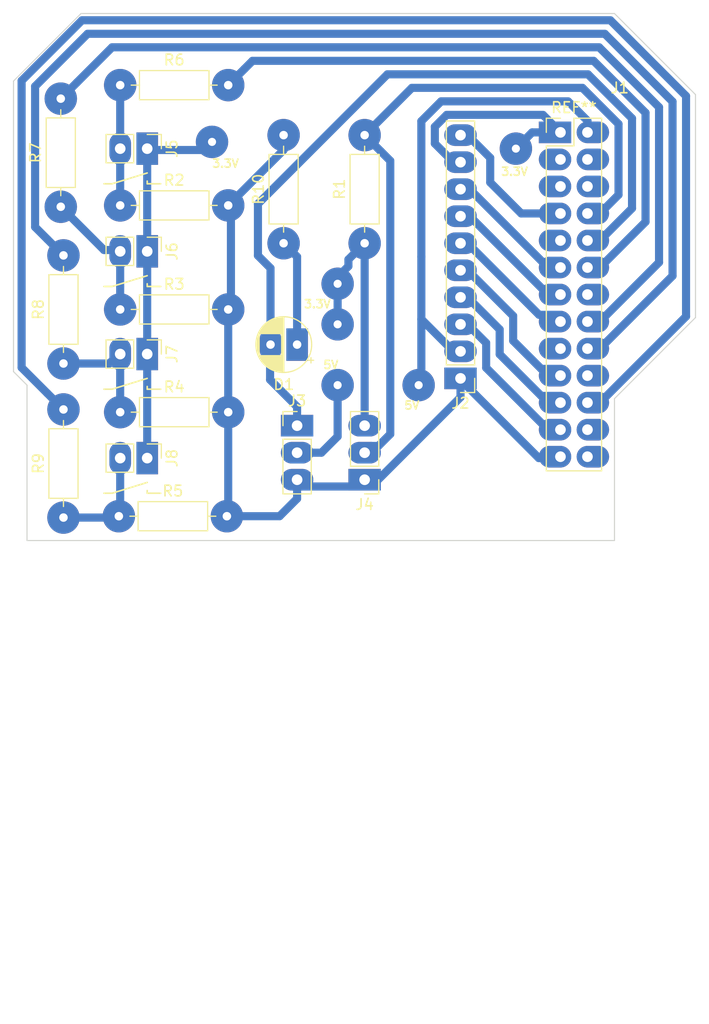
<source format=kicad_pcb>
(kicad_pcb (version 20171130) (host pcbnew 5.1.5-52549c5~84~ubuntu18.04.1)

  (general
    (thickness 1.6)
    (drawings 15)
    (tracks 166)
    (zones 0)
    (modules 19)
    (nets 32)
  )

  (page A4)
  (layers
    (0 F.Cu signal)
    (31 B.Cu signal)
    (32 B.Adhes user)
    (33 F.Adhes user)
    (34 B.Paste user)
    (35 F.Paste user)
    (36 B.SilkS user)
    (37 F.SilkS user)
    (38 B.Mask user)
    (39 F.Mask user)
    (40 Dwgs.User user)
    (41 Cmts.User user)
    (42 Eco1.User user)
    (43 Eco2.User user)
    (44 Edge.Cuts user)
    (45 Margin user)
    (46 B.CrtYd user)
    (47 F.CrtYd user)
    (48 B.Fab user)
    (49 F.Fab user)
  )

  (setup
    (last_trace_width 0.25)
    (trace_clearance 0.2)
    (zone_clearance 0.508)
    (zone_45_only no)
    (trace_min 0.2)
    (via_size 0.8)
    (via_drill 0.4)
    (via_min_size 0.4)
    (via_min_drill 0.3)
    (uvia_size 0.3)
    (uvia_drill 0.1)
    (uvias_allowed no)
    (uvia_min_size 0.2)
    (uvia_min_drill 0.1)
    (edge_width 0.1)
    (segment_width 0.2)
    (pcb_text_width 0.3)
    (pcb_text_size 1.5 1.5)
    (mod_edge_width 0.15)
    (mod_text_size 1 1)
    (mod_text_width 0.15)
    (pad_size 1.524 1.524)
    (pad_drill 0.762)
    (pad_to_mask_clearance 0)
    (aux_axis_origin 0 0)
    (visible_elements FFFFFF7F)
    (pcbplotparams
      (layerselection 0x010fc_ffffffff)
      (usegerberextensions false)
      (usegerberattributes false)
      (usegerberadvancedattributes false)
      (creategerberjobfile false)
      (excludeedgelayer true)
      (linewidth 0.100000)
      (plotframeref false)
      (viasonmask false)
      (mode 1)
      (useauxorigin false)
      (hpglpennumber 1)
      (hpglpenspeed 20)
      (hpglpendiameter 15.000000)
      (psnegative false)
      (psa4output false)
      (plotreference true)
      (plotvalue true)
      (plotinvisibletext false)
      (padsonsilk false)
      (subtractmaskfromsilk false)
      (outputformat 1)
      (mirror false)
      (drillshape 1)
      (scaleselection 1)
      (outputdirectory ""))
  )

  (net 0 "")
  (net 1 "Net-(J1-Pad7)")
  (net 2 "Net-(J1-Pad9)")
  (net 3 "Net-(J1-Pad13)")
  (net 4 "Net-(J1-Pad11)")
  (net 5 "Net-(J1-Pad3)")
  (net 6 "Net-(J1-Pad26)")
  (net 7 "Net-(J1-Pad16)")
  (net 8 "Net-(J1-Pad5)")
  (net 9 "Net-(J1-Pad8)")
  (net 10 "Net-(J1-Pad19)")
  (net 11 "Net-(J1-Pad23)")
  (net 12 "Net-(J1-Pad12)")
  (net 13 "Net-(J1-Pad6)")
  (net 14 "Net-(J1-Pad15)")
  (net 15 "Net-(J1-Pad20)")
  (net 16 "Net-(J1-Pad21)")
  (net 17 "Net-(J1-Pad22)")
  (net 18 "Net-(J1-Pad4)")
  (net 19 "Net-(J1-Pad24)")
  (net 20 "Net-(J1-Pad14)")
  (net 21 "Net-(J1-Pad17)")
  (net 22 "Net-(J1-Pad18)")
  (net 23 "Net-(J5-Pad2)")
  (net 24 "Net-(J6-Pad2)")
  (net 25 "Net-(J7-Pad2)")
  (net 26 "Net-(J8-Pad2)")
  (net 27 "Net-(D1-Pad2)")
  (net 28 "Net-(D1-Pad1)")
  (net 29 /5V)
  (net 30 /3.3V)
  (net 31 /GND)

  (net_class Default "This is the default net class."
    (clearance 0.2)
    (trace_width 0.25)
    (via_dia 0.8)
    (via_drill 0.4)
    (uvia_dia 0.3)
    (uvia_drill 0.1)
  )

  (net_class 30 ""
    (clearance 0.508)
    (trace_width 0.762)
    (via_dia 3.048)
    (via_drill 0.762)
    (uvia_dia 0.3)
    (uvia_drill 0.1)
    (add_net /3.3V)
    (add_net /5V)
    (add_net /GND)
    (add_net "Net-(D1-Pad1)")
    (add_net "Net-(D1-Pad2)")
    (add_net "Net-(J1-Pad11)")
    (add_net "Net-(J1-Pad12)")
    (add_net "Net-(J1-Pad13)")
    (add_net "Net-(J1-Pad14)")
    (add_net "Net-(J1-Pad15)")
    (add_net "Net-(J1-Pad16)")
    (add_net "Net-(J1-Pad17)")
    (add_net "Net-(J1-Pad18)")
    (add_net "Net-(J1-Pad19)")
    (add_net "Net-(J1-Pad20)")
    (add_net "Net-(J1-Pad21)")
    (add_net "Net-(J1-Pad22)")
    (add_net "Net-(J1-Pad23)")
    (add_net "Net-(J1-Pad24)")
    (add_net "Net-(J1-Pad26)")
    (add_net "Net-(J1-Pad3)")
    (add_net "Net-(J1-Pad4)")
    (add_net "Net-(J1-Pad5)")
    (add_net "Net-(J1-Pad6)")
    (add_net "Net-(J1-Pad7)")
    (add_net "Net-(J1-Pad8)")
    (add_net "Net-(J1-Pad9)")
    (add_net "Net-(J5-Pad2)")
    (add_net "Net-(J6-Pad2)")
    (add_net "Net-(J7-Pad2)")
    (add_net "Net-(J8-Pad2)")
  )

  (module My_RaspberryPi:Raspberry_Pi_Hat_2x13_pin_GPIO_larger_pads (layer F.Cu) (tedit 5E582A90) (tstamp 5E5831E7)
    (at 176.497 46.101)
    (descr "Through hole straight pin header, 2x13, 2.54mm pitch, double rows")
    (tags "Through hole pin header THT 2x13 2.54mm double row")
    (path /5E70F929)
    (fp_text reference J1 (at 5.613 -4.185) (layer F.SilkS)
      (effects (font (size 1 1) (thickness 0.15)))
    )
    (fp_text value Raspberry_Pi_1_all_pin_ordered (at 5.743 16.645 90) (layer F.Fab) hide
      (effects (font (size 1 1) (thickness 0.15)))
    )
    (fp_line (start 4.343 -1.905) (end -49.657 -1.905) (layer F.CrtYd) (width 0.12))
    (fp_line (start 4.343 38.095) (end 4.343 -1.905) (layer F.CrtYd) (width 0.12))
    (fp_line (start -49.657 38.095) (end 4.343 38.095) (layer F.CrtYd) (width 0.12))
    (fp_line (start -49.657 -1.905) (end -49.657 38.095) (layer F.CrtYd) (width 0.12))
    (fp_circle (center -8.157 78.695) (end -6.707 78.695) (layer F.Fab) (width 0.12))
    (fp_circle (center -31.657 23.645) (end -30.207 23.645) (layer F.CrtYd) (width 0.12))
    (fp_line (start -1.237 -0.005) (end 0.033 -1.275) (layer F.Fab) (width 0.1))
    (fp_line (start 0.033 -1.275) (end 3.843 -1.275) (layer F.Fab) (width 0.1))
    (fp_line (start -1.297 31.805) (end 3.903 31.805) (layer F.SilkS) (width 0.12))
    (fp_text user %R (at 1.303 15.235 90) (layer F.Fab)
      (effects (font (size 1 1) (thickness 0.15)))
    )
    (fp_line (start -1.767 32.245) (end 4.383 32.245) (layer F.CrtYd) (width 0.05))
    (fp_text user REF** (at 1.303 -2.335) (layer F.SilkS)
      (effects (font (size 1 1) (thickness 0.15)))
    )
    (fp_line (start -1.297 1.265) (end -1.297 31.805) (layer F.SilkS) (width 0.12))
    (fp_line (start -1.297 1.265) (end 1.303 1.265) (layer F.SilkS) (width 0.12))
    (fp_line (start -1.297 -1.335) (end 0.033 -1.335) (layer F.SilkS) (width 0.12))
    (fp_line (start 1.303 1.265) (end 1.303 -1.335) (layer F.SilkS) (width 0.12))
    (fp_line (start 3.843 -1.275) (end 3.843 31.745) (layer F.Fab) (width 0.1))
    (fp_line (start 3.903 -1.335) (end 3.903 31.805) (layer F.SilkS) (width 0.12))
    (fp_line (start -1.297 -0.005) (end -1.297 -1.335) (layer F.SilkS) (width 0.12))
    (fp_line (start 1.303 -1.335) (end 3.903 -1.335) (layer F.SilkS) (width 0.12))
    (fp_line (start -1.237 31.745) (end -1.237 -0.005) (layer F.Fab) (width 0.1))
    (fp_line (start 4.383 32.245) (end 4.383 -1.805) (layer F.CrtYd) (width 0.05))
    (fp_line (start 4.383 -1.805) (end -1.767 -1.805) (layer F.CrtYd) (width 0.05))
    (fp_line (start -1.767 -1.805) (end -1.767 32.245) (layer F.CrtYd) (width 0.05))
    (fp_line (start 3.843 31.745) (end -1.237 31.745) (layer F.Fab) (width 0.1))
    (fp_line (start -49.657 -1.855) (end 4.343 -1.855) (layer F.Fab) (width 0.12))
    (fp_line (start -49.657 83.745) (end -49.657 -1.855) (layer F.Fab) (width 0.12))
    (fp_line (start 4.343 83.745) (end -49.657 83.745) (layer F.Fab) (width 0.12))
    (fp_line (start 4.343 -1.855) (end 4.343 83.745) (layer F.Fab) (width 0.12))
    (pad 7 thru_hole oval (at 0.033 7.615) (size 3.048 2.032) (drill 1 (offset -0.508 0)) (layers *.Cu *.Mask)
      (net 1 "Net-(J1-Pad7)"))
    (pad 9 thru_hole oval (at 0.033 10.155) (size 3.048 2.032) (drill 1 (offset -0.508 0)) (layers *.Cu *.Mask)
      (net 2 "Net-(J1-Pad9)"))
    (pad 13 thru_hole oval (at 0.033 15.235) (size 3.048 2.032) (drill 1 (offset -0.508 0)) (layers *.Cu *.Mask)
      (net 3 "Net-(J1-Pad13)"))
    (pad 10 thru_hole oval (at 2.573 10.155) (size 3.048 2.032) (drill 1 (offset 0.508 0)) (layers *.Cu *.Mask)
      (net 27 "Net-(D1-Pad2)"))
    (pad 11 thru_hole oval (at 0.033 12.695) (size 3.048 2.032) (drill 1 (offset -0.508 0)) (layers *.Cu *.Mask)
      (net 4 "Net-(J1-Pad11)"))
    (pad 3 thru_hole oval (at 0.033 2.535) (size 3.048 2.032) (drill 1 (offset -0.508 0)) (layers *.Cu *.Mask)
      (net 5 "Net-(J1-Pad3)"))
    (pad 26 thru_hole oval (at 2.573 30.475) (size 3.048 2.032) (drill 1 (offset 0.508 0)) (layers *.Cu *.Mask)
      (net 6 "Net-(J1-Pad26)"))
    (pad 2 thru_hole oval (at 2.573 -0.005) (size 3.048 2.032) (drill 1 (offset 0.508 0)) (layers *.Cu *.Mask)
      (net 29 /5V))
    (pad 1 thru_hole rect (at 0.033 -0.005) (size 3.048 2.032) (drill 1 (offset -0.508 0)) (layers *.Cu *.Mask)
      (net 30 /3.3V))
    (pad 16 thru_hole oval (at 2.573 17.775) (size 3.048 2.032) (drill 1 (offset 0.508 0)) (layers *.Cu *.Mask)
      (net 7 "Net-(J1-Pad16)"))
    (pad 5 thru_hole oval (at 0.033 5.075) (size 3.048 2.032) (drill 1 (offset -0.508 0)) (layers *.Cu *.Mask)
      (net 8 "Net-(J1-Pad5)"))
    (pad 8 thru_hole oval (at 2.573 7.615) (size 3.048 2.032) (drill 1 (offset 0.508 0)) (layers *.Cu *.Mask)
      (net 9 "Net-(J1-Pad8)"))
    (pad 19 thru_hole oval (at 0.033 22.855) (size 3.048 2.032) (drill 1 (offset -0.508 0)) (layers *.Cu *.Mask)
      (net 10 "Net-(J1-Pad19)"))
    (pad 23 thru_hole oval (at 0.033 27.935) (size 3.048 2.032) (drill 1 (offset -0.508 0)) (layers *.Cu *.Mask)
      (net 11 "Net-(J1-Pad23)"))
    (pad 12 thru_hole oval (at 2.573 12.695) (size 3.048 2.032) (drill 1 (offset 0.508 0)) (layers *.Cu *.Mask)
      (net 12 "Net-(J1-Pad12)"))
    (pad 6 thru_hole oval (at 2.573 5.075) (size 3.048 2.032) (drill 1 (offset 0.508 0)) (layers *.Cu *.Mask)
      (net 13 "Net-(J1-Pad6)"))
    (pad 15 thru_hole oval (at 0.033 17.775) (size 3.048 2.032) (drill 1 (offset -0.508 0)) (layers *.Cu *.Mask)
      (net 14 "Net-(J1-Pad15)"))
    (pad 20 thru_hole oval (at 2.573 22.855) (size 3.048 2.032) (drill 1 (offset 0.508 0)) (layers *.Cu *.Mask)
      (net 15 "Net-(J1-Pad20)"))
    (pad 21 thru_hole oval (at 0.033 25.395) (size 3.048 2.032) (drill 1 (offset -0.508 0)) (layers *.Cu *.Mask)
      (net 16 "Net-(J1-Pad21)"))
    (pad 22 thru_hole oval (at 2.573 25.395) (size 3.048 2.032) (drill 1 (offset 0.508 0)) (layers *.Cu *.Mask)
      (net 17 "Net-(J1-Pad22)"))
    (pad 4 thru_hole oval (at 2.573 2.535) (size 3.048 2.032) (drill 1 (offset 0.508 0)) (layers *.Cu *.Mask)
      (net 18 "Net-(J1-Pad4)"))
    (pad 25 thru_hole oval (at 0.033 30.475) (size 3.048 2.032) (drill 1 (offset -0.508 0)) (layers *.Cu *.Mask)
      (net 31 /GND))
    (pad 24 thru_hole oval (at 2.573 27.935) (size 3.048 2.032) (drill 1 (offset 0.508 0)) (layers *.Cu *.Mask)
      (net 19 "Net-(J1-Pad24)"))
    (pad 14 thru_hole oval (at 2.573 15.235) (size 3.048 2.032) (drill 1 (offset 0.508 0)) (layers *.Cu *.Mask)
      (net 20 "Net-(J1-Pad14)"))
    (pad 17 thru_hole oval (at 0.033 20.315) (size 3.048 2.032) (drill 1 (offset -0.508 0)) (layers *.Cu *.Mask)
      (net 21 "Net-(J1-Pad17)"))
    (pad 18 thru_hole oval (at 2.573 20.315) (size 3.048 2.032) (drill 1 (offset 0.508 0)) (layers *.Cu *.Mask)
      (net 22 "Net-(J1-Pad18)"))
    (model ${KISYS3DMOD}/Connector_PinHeader_2.54mm.3dshapes/PinHeader_2x13_P2.54mm_Vertical.wrl
      (at (xyz 0 0 0))
      (scale (xyz 1 1 1))
      (rotate (xyz 0 0 0))
    )
  )

  (module My_Misc:R_Axial_DIN0207_L6.3mm_D2.5mm_P10.16mm_Horizontal_larger_pads (layer F.Cu) (tedit 5E4D8416) (tstamp 5E64928B)
    (at 150.495 56.515 90)
    (descr "Resistor, Axial_DIN0207 series, Axial, Horizontal, pin pitch=10.16mm, 0.25W = 1/4W, length*diameter=6.3*2.5mm^2, http://cdn-reichelt.de/documents/datenblatt/B400/1_4W%23YAG.pdf")
    (tags "Resistor Axial_DIN0207 series Axial Horizontal pin pitch 10.16mm 0.25W = 1/4W length 6.3mm diameter 2.5mm")
    (path /5E67419A)
    (fp_text reference R10 (at 5.08 -2.37 90) (layer F.SilkS)
      (effects (font (size 1 1) (thickness 0.15)))
    )
    (fp_text value 120R (at 5.08 2.37 90) (layer F.Fab) hide
      (effects (font (size 1 1) (thickness 0.15)))
    )
    (fp_text user %R (at 5.08 0 90) (layer F.Fab)
      (effects (font (size 1 1) (thickness 0.15)))
    )
    (fp_line (start 11.21 -1.5) (end -1.05 -1.5) (layer F.CrtYd) (width 0.05))
    (fp_line (start 11.21 1.5) (end 11.21 -1.5) (layer F.CrtYd) (width 0.05))
    (fp_line (start -1.05 1.5) (end 11.21 1.5) (layer F.CrtYd) (width 0.05))
    (fp_line (start -1.05 -1.5) (end -1.05 1.5) (layer F.CrtYd) (width 0.05))
    (fp_line (start 9.12 0) (end 8.35 0) (layer F.SilkS) (width 0.12))
    (fp_line (start 1.04 0) (end 1.81 0) (layer F.SilkS) (width 0.12))
    (fp_line (start 8.35 -1.37) (end 1.81 -1.37) (layer F.SilkS) (width 0.12))
    (fp_line (start 8.35 1.37) (end 8.35 -1.37) (layer F.SilkS) (width 0.12))
    (fp_line (start 1.81 1.37) (end 8.35 1.37) (layer F.SilkS) (width 0.12))
    (fp_line (start 1.81 -1.37) (end 1.81 1.37) (layer F.SilkS) (width 0.12))
    (fp_line (start 10.16 0) (end 8.23 0) (layer F.Fab) (width 0.1))
    (fp_line (start 0 0) (end 1.93 0) (layer F.Fab) (width 0.1))
    (fp_line (start 8.23 -1.25) (end 1.93 -1.25) (layer F.Fab) (width 0.1))
    (fp_line (start 8.23 1.25) (end 8.23 -1.25) (layer F.Fab) (width 0.1))
    (fp_line (start 1.93 1.25) (end 8.23 1.25) (layer F.Fab) (width 0.1))
    (fp_line (start 1.93 -1.25) (end 1.93 1.25) (layer F.Fab) (width 0.1))
    (pad 2 thru_hole circle (at 10.16 0 90) (size 3.048 3.048) (drill 0.8) (layers *.Cu *.Mask)
      (net 31 /GND))
    (pad 1 thru_hole circle (at 0 0 90) (size 3.048 3.048) (drill 0.8) (layers *.Cu *.Mask)
      (net 28 "Net-(D1-Pad1)"))
    (model ${KISYS3DMOD}/Resistor_THT.3dshapes/R_Axial_DIN0207_L6.3mm_D2.5mm_P10.16mm_Horizontal.wrl
      (at (xyz 0 0 0))
      (scale (xyz 1 1 1))
      (rotate (xyz 0 0 0))
    )
  )

  (module My_Headers:3_pin_Dallas_1-wire_header_larger_pads (layer F.Cu) (tedit 5E56A0E4) (tstamp 5E583233)
    (at 158.115 78.74 180)
    (descr "Through hole straight pin header, 1x03, 2.54mm pitch, single row")
    (tags "Through hole pin header THT 1x03 2.54mm single row")
    (path /5E58672E)
    (fp_text reference J4 (at 0 -2.33) (layer F.SilkS)
      (effects (font (size 1 1) (thickness 0.15)))
    )
    (fp_text value 3_pin_Dallas_1-wire_connector (at 0 7.41) (layer F.Fab) hide
      (effects (font (size 1 1) (thickness 0.15)))
    )
    (fp_line (start -0.635 -1.27) (end 1.27 -1.27) (layer F.Fab) (width 0.1))
    (fp_line (start 1.27 -1.27) (end 1.27 6.35) (layer F.Fab) (width 0.1))
    (fp_line (start 1.27 6.35) (end -1.27 6.35) (layer F.Fab) (width 0.1))
    (fp_line (start -1.27 6.35) (end -1.27 -0.635) (layer F.Fab) (width 0.1))
    (fp_line (start -1.27 -0.635) (end -0.635 -1.27) (layer F.Fab) (width 0.1))
    (fp_line (start -1.33 6.41) (end 1.33 6.41) (layer F.SilkS) (width 0.12))
    (fp_line (start -1.33 1.27) (end -1.33 6.41) (layer F.SilkS) (width 0.12))
    (fp_line (start 1.33 1.27) (end 1.33 6.41) (layer F.SilkS) (width 0.12))
    (fp_line (start -1.33 1.27) (end 1.33 1.27) (layer F.SilkS) (width 0.12))
    (fp_line (start -1.33 0) (end -1.33 -1.33) (layer F.SilkS) (width 0.12))
    (fp_line (start -1.33 -1.33) (end 0 -1.33) (layer F.SilkS) (width 0.12))
    (fp_line (start -1.8 -1.8) (end -1.8 6.85) (layer F.CrtYd) (width 0.05))
    (fp_line (start -1.8 6.85) (end 1.8 6.85) (layer F.CrtYd) (width 0.05))
    (fp_line (start 1.8 6.85) (end 1.8 -1.8) (layer F.CrtYd) (width 0.05))
    (fp_line (start 1.8 -1.8) (end -1.8 -1.8) (layer F.CrtYd) (width 0.05))
    (fp_text user %R (at 0 2.54 90) (layer F.Fab)
      (effects (font (size 1 1) (thickness 0.15)))
    )
    (pad 1 thru_hole rect (at 0 0 180) (size 3.048 2.032) (drill 1) (layers *.Cu *.Mask)
      (net 31 /GND))
    (pad 2 thru_hole oval (at 0 2.54 180) (size 3.048 2.032) (drill 1) (layers *.Cu *.Mask)
      (net 9 "Net-(J1-Pad8)"))
    (pad 3 thru_hole oval (at 0 5.08 180) (size 3.048 2.032) (drill 1) (layers *.Cu *.Mask)
      (net 30 /3.3V))
    (model ${KISYS3DMOD}/Connector_PinHeader_2.54mm.3dshapes/PinHeader_1x03_P2.54mm_Vertical.wrl
      (at (xyz 0 0 0))
      (scale (xyz 1 1 1))
      (rotate (xyz 0 0 0))
    )
  )

  (module My_Misc:R_Axial_DIN0207_L6.3mm_D2.5mm_P10.16mm_Horizontal_larger_pads (layer F.Cu) (tedit 5E4D8416) (tstamp 5E5832AE)
    (at 158.115 56.515 90)
    (descr "Resistor, Axial_DIN0207 series, Axial, Horizontal, pin pitch=10.16mm, 0.25W = 1/4W, length*diameter=6.3*2.5mm^2, http://cdn-reichelt.de/documents/datenblatt/B400/1_4W%23YAG.pdf")
    (tags "Resistor Axial_DIN0207 series Axial Horizontal pin pitch 10.16mm 0.25W = 1/4W length 6.3mm diameter 2.5mm")
    (path /5E5AAFEA)
    (fp_text reference R1 (at 5.08 -2.37 90) (layer F.SilkS)
      (effects (font (size 1 1) (thickness 0.15)))
    )
    (fp_text value 4.7k (at 5.08 2.37 90) (layer F.Fab) hide
      (effects (font (size 1 1) (thickness 0.15)))
    )
    (fp_text user %R (at 5.08 0 90) (layer F.Fab)
      (effects (font (size 1 1) (thickness 0.15)))
    )
    (fp_line (start 11.21 -1.5) (end -1.05 -1.5) (layer F.CrtYd) (width 0.05))
    (fp_line (start 11.21 1.5) (end 11.21 -1.5) (layer F.CrtYd) (width 0.05))
    (fp_line (start -1.05 1.5) (end 11.21 1.5) (layer F.CrtYd) (width 0.05))
    (fp_line (start -1.05 -1.5) (end -1.05 1.5) (layer F.CrtYd) (width 0.05))
    (fp_line (start 9.12 0) (end 8.35 0) (layer F.SilkS) (width 0.12))
    (fp_line (start 1.04 0) (end 1.81 0) (layer F.SilkS) (width 0.12))
    (fp_line (start 8.35 -1.37) (end 1.81 -1.37) (layer F.SilkS) (width 0.12))
    (fp_line (start 8.35 1.37) (end 8.35 -1.37) (layer F.SilkS) (width 0.12))
    (fp_line (start 1.81 1.37) (end 8.35 1.37) (layer F.SilkS) (width 0.12))
    (fp_line (start 1.81 -1.37) (end 1.81 1.37) (layer F.SilkS) (width 0.12))
    (fp_line (start 10.16 0) (end 8.23 0) (layer F.Fab) (width 0.1))
    (fp_line (start 0 0) (end 1.93 0) (layer F.Fab) (width 0.1))
    (fp_line (start 8.23 -1.25) (end 1.93 -1.25) (layer F.Fab) (width 0.1))
    (fp_line (start 8.23 1.25) (end 8.23 -1.25) (layer F.Fab) (width 0.1))
    (fp_line (start 1.93 1.25) (end 8.23 1.25) (layer F.Fab) (width 0.1))
    (fp_line (start 1.93 -1.25) (end 1.93 1.25) (layer F.Fab) (width 0.1))
    (pad 2 thru_hole circle (at 10.16 0 90) (size 3.048 3.048) (drill 0.8) (layers *.Cu *.Mask)
      (net 9 "Net-(J1-Pad8)"))
    (pad 1 thru_hole circle (at 0 0 90) (size 3.048 3.048) (drill 0.8) (layers *.Cu *.Mask)
      (net 30 /3.3V))
    (model ${KISYS3DMOD}/Resistor_THT.3dshapes/R_Axial_DIN0207_L6.3mm_D2.5mm_P10.16mm_Horizontal.wrl
      (at (xyz 0 0 0))
      (scale (xyz 1 1 1))
      (rotate (xyz 0 0 0))
    )
  )

  (module My_Headers:3-pin_KY-019_Relay_header_larger_pads (layer F.Cu) (tedit 5E56A0B2) (tstamp 5E58321C)
    (at 151.765 73.66)
    (descr "Through hole straight pin header, 1x03, 2.54mm pitch, single row")
    (tags "Through hole pin header THT 1x03 2.54mm single row")
    (path /5E585F50)
    (fp_text reference J3 (at 0 -2.33) (layer F.SilkS)
      (effects (font (size 1 1) (thickness 0.15)))
    )
    (fp_text value 3-pin_KY-019_relay_header (at 0 7.41) (layer F.Fab) hide
      (effects (font (size 1 1) (thickness 0.15)))
    )
    (fp_text user %R (at 0 2.54 90) (layer F.Fab)
      (effects (font (size 1 1) (thickness 0.15)))
    )
    (fp_line (start 1.8 -1.8) (end -1.8 -1.8) (layer F.CrtYd) (width 0.05))
    (fp_line (start 1.8 6.85) (end 1.8 -1.8) (layer F.CrtYd) (width 0.05))
    (fp_line (start -1.8 6.85) (end 1.8 6.85) (layer F.CrtYd) (width 0.05))
    (fp_line (start -1.8 -1.8) (end -1.8 6.85) (layer F.CrtYd) (width 0.05))
    (fp_line (start -1.33 -1.33) (end 0 -1.33) (layer F.SilkS) (width 0.12))
    (fp_line (start -1.33 0) (end -1.33 -1.33) (layer F.SilkS) (width 0.12))
    (fp_line (start -1.33 1.27) (end 1.33 1.27) (layer F.SilkS) (width 0.12))
    (fp_line (start 1.33 1.27) (end 1.33 6.41) (layer F.SilkS) (width 0.12))
    (fp_line (start -1.33 1.27) (end -1.33 6.41) (layer F.SilkS) (width 0.12))
    (fp_line (start -1.33 6.41) (end 1.33 6.41) (layer F.SilkS) (width 0.12))
    (fp_line (start -1.27 -0.635) (end -0.635 -1.27) (layer F.Fab) (width 0.1))
    (fp_line (start -1.27 6.35) (end -1.27 -0.635) (layer F.Fab) (width 0.1))
    (fp_line (start 1.27 6.35) (end -1.27 6.35) (layer F.Fab) (width 0.1))
    (fp_line (start 1.27 -1.27) (end 1.27 6.35) (layer F.Fab) (width 0.1))
    (fp_line (start -0.635 -1.27) (end 1.27 -1.27) (layer F.Fab) (width 0.1))
    (pad 3 thru_hole oval (at 0 5.08) (size 3.048 2.032) (drill 1) (layers *.Cu *.Mask)
      (net 31 /GND))
    (pad 2 thru_hole oval (at 0 2.54) (size 3.048 2.032) (drill 1) (layers *.Cu *.Mask)
      (net 29 /5V))
    (pad 1 thru_hole rect (at 0 0) (size 3.048 2.032) (drill 1) (layers *.Cu *.Mask)
      (net 27 "Net-(D1-Pad2)"))
    (model ${KISYS3DMOD}/Connector_PinHeader_2.54mm.3dshapes/PinHeader_1x03_P2.54mm_Vertical.wrl
      (at (xyz 0 0 0))
      (scale (xyz 1 1 1))
      (rotate (xyz 0 0 0))
    )
  )

  (module My_Misc:CP_Radial_D5.0mm_P2.50mm_larger_pads (layer F.Cu) (tedit 5E4D83FD) (tstamp 5E648F22)
    (at 151.765 66.04 180)
    (descr "CP, Radial series, Radial, pin pitch=2.50mm, , diameter=5mm, Electrolytic Capacitor")
    (tags "CP Radial series Radial pin pitch 2.50mm  diameter 5mm Electrolytic Capacitor")
    (path /5E673B9E)
    (fp_text reference D1 (at 1.25 -3.75) (layer F.SilkS)
      (effects (font (size 1 1) (thickness 0.15)))
    )
    (fp_text value LED (at 1.25 3.75) (layer F.Fab) hide
      (effects (font (size 1 1) (thickness 0.15)))
    )
    (fp_text user %R (at 1.25 0 270) (layer F.Fab)
      (effects (font (size 1 1) (thickness 0.15)))
    )
    (fp_line (start -1.304775 -1.725) (end -1.304775 -1.225) (layer F.SilkS) (width 0.12))
    (fp_line (start -1.554775 -1.475) (end -1.054775 -1.475) (layer F.SilkS) (width 0.12))
    (fp_line (start 3.851 -0.284) (end 3.851 0.284) (layer F.SilkS) (width 0.12))
    (fp_line (start 3.811 -0.518) (end 3.811 0.518) (layer F.SilkS) (width 0.12))
    (fp_line (start 3.771 -0.677) (end 3.771 0.677) (layer F.SilkS) (width 0.12))
    (fp_line (start 3.731 -0.805) (end 3.731 0.805) (layer F.SilkS) (width 0.12))
    (fp_line (start 3.691 -0.915) (end 3.691 0.915) (layer F.SilkS) (width 0.12))
    (fp_line (start 3.651 -1.011) (end 3.651 1.011) (layer F.SilkS) (width 0.12))
    (fp_line (start 3.611 -1.098) (end 3.611 1.098) (layer F.SilkS) (width 0.12))
    (fp_line (start 3.571 -1.178) (end 3.571 1.178) (layer F.SilkS) (width 0.12))
    (fp_line (start 3.531 1.04) (end 3.531 1.251) (layer F.SilkS) (width 0.12))
    (fp_line (start 3.531 -1.251) (end 3.531 -1.04) (layer F.SilkS) (width 0.12))
    (fp_line (start 3.491 1.04) (end 3.491 1.319) (layer F.SilkS) (width 0.12))
    (fp_line (start 3.491 -1.319) (end 3.491 -1.04) (layer F.SilkS) (width 0.12))
    (fp_line (start 3.451 1.04) (end 3.451 1.383) (layer F.SilkS) (width 0.12))
    (fp_line (start 3.451 -1.383) (end 3.451 -1.04) (layer F.SilkS) (width 0.12))
    (fp_line (start 3.411 1.04) (end 3.411 1.443) (layer F.SilkS) (width 0.12))
    (fp_line (start 3.411 -1.443) (end 3.411 -1.04) (layer F.SilkS) (width 0.12))
    (fp_line (start 3.371 1.04) (end 3.371 1.5) (layer F.SilkS) (width 0.12))
    (fp_line (start 3.371 -1.5) (end 3.371 -1.04) (layer F.SilkS) (width 0.12))
    (fp_line (start 3.331 1.04) (end 3.331 1.554) (layer F.SilkS) (width 0.12))
    (fp_line (start 3.331 -1.554) (end 3.331 -1.04) (layer F.SilkS) (width 0.12))
    (fp_line (start 3.291 1.04) (end 3.291 1.605) (layer F.SilkS) (width 0.12))
    (fp_line (start 3.291 -1.605) (end 3.291 -1.04) (layer F.SilkS) (width 0.12))
    (fp_line (start 3.251 1.04) (end 3.251 1.653) (layer F.SilkS) (width 0.12))
    (fp_line (start 3.251 -1.653) (end 3.251 -1.04) (layer F.SilkS) (width 0.12))
    (fp_line (start 3.211 1.04) (end 3.211 1.699) (layer F.SilkS) (width 0.12))
    (fp_line (start 3.211 -1.699) (end 3.211 -1.04) (layer F.SilkS) (width 0.12))
    (fp_line (start 3.171 1.04) (end 3.171 1.743) (layer F.SilkS) (width 0.12))
    (fp_line (start 3.171 -1.743) (end 3.171 -1.04) (layer F.SilkS) (width 0.12))
    (fp_line (start 3.131 1.04) (end 3.131 1.785) (layer F.SilkS) (width 0.12))
    (fp_line (start 3.131 -1.785) (end 3.131 -1.04) (layer F.SilkS) (width 0.12))
    (fp_line (start 3.091 1.04) (end 3.091 1.826) (layer F.SilkS) (width 0.12))
    (fp_line (start 3.091 -1.826) (end 3.091 -1.04) (layer F.SilkS) (width 0.12))
    (fp_line (start 3.051 1.04) (end 3.051 1.864) (layer F.SilkS) (width 0.12))
    (fp_line (start 3.051 -1.864) (end 3.051 -1.04) (layer F.SilkS) (width 0.12))
    (fp_line (start 3.011 1.04) (end 3.011 1.901) (layer F.SilkS) (width 0.12))
    (fp_line (start 3.011 -1.901) (end 3.011 -1.04) (layer F.SilkS) (width 0.12))
    (fp_line (start 2.971 1.04) (end 2.971 1.937) (layer F.SilkS) (width 0.12))
    (fp_line (start 2.971 -1.937) (end 2.971 -1.04) (layer F.SilkS) (width 0.12))
    (fp_line (start 2.931 1.04) (end 2.931 1.971) (layer F.SilkS) (width 0.12))
    (fp_line (start 2.931 -1.971) (end 2.931 -1.04) (layer F.SilkS) (width 0.12))
    (fp_line (start 2.891 1.04) (end 2.891 2.004) (layer F.SilkS) (width 0.12))
    (fp_line (start 2.891 -2.004) (end 2.891 -1.04) (layer F.SilkS) (width 0.12))
    (fp_line (start 2.851 1.04) (end 2.851 2.035) (layer F.SilkS) (width 0.12))
    (fp_line (start 2.851 -2.035) (end 2.851 -1.04) (layer F.SilkS) (width 0.12))
    (fp_line (start 2.811 1.04) (end 2.811 2.065) (layer F.SilkS) (width 0.12))
    (fp_line (start 2.811 -2.065) (end 2.811 -1.04) (layer F.SilkS) (width 0.12))
    (fp_line (start 2.771 1.04) (end 2.771 2.095) (layer F.SilkS) (width 0.12))
    (fp_line (start 2.771 -2.095) (end 2.771 -1.04) (layer F.SilkS) (width 0.12))
    (fp_line (start 2.731 1.04) (end 2.731 2.122) (layer F.SilkS) (width 0.12))
    (fp_line (start 2.731 -2.122) (end 2.731 -1.04) (layer F.SilkS) (width 0.12))
    (fp_line (start 2.691 1.04) (end 2.691 2.149) (layer F.SilkS) (width 0.12))
    (fp_line (start 2.691 -2.149) (end 2.691 -1.04) (layer F.SilkS) (width 0.12))
    (fp_line (start 2.651 1.04) (end 2.651 2.175) (layer F.SilkS) (width 0.12))
    (fp_line (start 2.651 -2.175) (end 2.651 -1.04) (layer F.SilkS) (width 0.12))
    (fp_line (start 2.611 1.04) (end 2.611 2.2) (layer F.SilkS) (width 0.12))
    (fp_line (start 2.611 -2.2) (end 2.611 -1.04) (layer F.SilkS) (width 0.12))
    (fp_line (start 2.571 1.04) (end 2.571 2.224) (layer F.SilkS) (width 0.12))
    (fp_line (start 2.571 -2.224) (end 2.571 -1.04) (layer F.SilkS) (width 0.12))
    (fp_line (start 2.531 1.04) (end 2.531 2.247) (layer F.SilkS) (width 0.12))
    (fp_line (start 2.531 -2.247) (end 2.531 -1.04) (layer F.SilkS) (width 0.12))
    (fp_line (start 2.491 1.04) (end 2.491 2.268) (layer F.SilkS) (width 0.12))
    (fp_line (start 2.491 -2.268) (end 2.491 -1.04) (layer F.SilkS) (width 0.12))
    (fp_line (start 2.451 1.04) (end 2.451 2.29) (layer F.SilkS) (width 0.12))
    (fp_line (start 2.451 -2.29) (end 2.451 -1.04) (layer F.SilkS) (width 0.12))
    (fp_line (start 2.411 1.04) (end 2.411 2.31) (layer F.SilkS) (width 0.12))
    (fp_line (start 2.411 -2.31) (end 2.411 -1.04) (layer F.SilkS) (width 0.12))
    (fp_line (start 2.371 1.04) (end 2.371 2.329) (layer F.SilkS) (width 0.12))
    (fp_line (start 2.371 -2.329) (end 2.371 -1.04) (layer F.SilkS) (width 0.12))
    (fp_line (start 2.331 1.04) (end 2.331 2.348) (layer F.SilkS) (width 0.12))
    (fp_line (start 2.331 -2.348) (end 2.331 -1.04) (layer F.SilkS) (width 0.12))
    (fp_line (start 2.291 1.04) (end 2.291 2.365) (layer F.SilkS) (width 0.12))
    (fp_line (start 2.291 -2.365) (end 2.291 -1.04) (layer F.SilkS) (width 0.12))
    (fp_line (start 2.251 1.04) (end 2.251 2.382) (layer F.SilkS) (width 0.12))
    (fp_line (start 2.251 -2.382) (end 2.251 -1.04) (layer F.SilkS) (width 0.12))
    (fp_line (start 2.211 1.04) (end 2.211 2.398) (layer F.SilkS) (width 0.12))
    (fp_line (start 2.211 -2.398) (end 2.211 -1.04) (layer F.SilkS) (width 0.12))
    (fp_line (start 2.171 1.04) (end 2.171 2.414) (layer F.SilkS) (width 0.12))
    (fp_line (start 2.171 -2.414) (end 2.171 -1.04) (layer F.SilkS) (width 0.12))
    (fp_line (start 2.131 1.04) (end 2.131 2.428) (layer F.SilkS) (width 0.12))
    (fp_line (start 2.131 -2.428) (end 2.131 -1.04) (layer F.SilkS) (width 0.12))
    (fp_line (start 2.091 1.04) (end 2.091 2.442) (layer F.SilkS) (width 0.12))
    (fp_line (start 2.091 -2.442) (end 2.091 -1.04) (layer F.SilkS) (width 0.12))
    (fp_line (start 2.051 1.04) (end 2.051 2.455) (layer F.SilkS) (width 0.12))
    (fp_line (start 2.051 -2.455) (end 2.051 -1.04) (layer F.SilkS) (width 0.12))
    (fp_line (start 2.011 1.04) (end 2.011 2.468) (layer F.SilkS) (width 0.12))
    (fp_line (start 2.011 -2.468) (end 2.011 -1.04) (layer F.SilkS) (width 0.12))
    (fp_line (start 1.971 1.04) (end 1.971 2.48) (layer F.SilkS) (width 0.12))
    (fp_line (start 1.971 -2.48) (end 1.971 -1.04) (layer F.SilkS) (width 0.12))
    (fp_line (start 1.93 1.04) (end 1.93 2.491) (layer F.SilkS) (width 0.12))
    (fp_line (start 1.93 -2.491) (end 1.93 -1.04) (layer F.SilkS) (width 0.12))
    (fp_line (start 1.89 1.04) (end 1.89 2.501) (layer F.SilkS) (width 0.12))
    (fp_line (start 1.89 -2.501) (end 1.89 -1.04) (layer F.SilkS) (width 0.12))
    (fp_line (start 1.85 1.04) (end 1.85 2.511) (layer F.SilkS) (width 0.12))
    (fp_line (start 1.85 -2.511) (end 1.85 -1.04) (layer F.SilkS) (width 0.12))
    (fp_line (start 1.81 1.04) (end 1.81 2.52) (layer F.SilkS) (width 0.12))
    (fp_line (start 1.81 -2.52) (end 1.81 -1.04) (layer F.SilkS) (width 0.12))
    (fp_line (start 1.77 1.04) (end 1.77 2.528) (layer F.SilkS) (width 0.12))
    (fp_line (start 1.77 -2.528) (end 1.77 -1.04) (layer F.SilkS) (width 0.12))
    (fp_line (start 1.73 1.04) (end 1.73 2.536) (layer F.SilkS) (width 0.12))
    (fp_line (start 1.73 -2.536) (end 1.73 -1.04) (layer F.SilkS) (width 0.12))
    (fp_line (start 1.69 1.04) (end 1.69 2.543) (layer F.SilkS) (width 0.12))
    (fp_line (start 1.69 -2.543) (end 1.69 -1.04) (layer F.SilkS) (width 0.12))
    (fp_line (start 1.65 1.04) (end 1.65 2.55) (layer F.SilkS) (width 0.12))
    (fp_line (start 1.65 -2.55) (end 1.65 -1.04) (layer F.SilkS) (width 0.12))
    (fp_line (start 1.61 1.04) (end 1.61 2.556) (layer F.SilkS) (width 0.12))
    (fp_line (start 1.61 -2.556) (end 1.61 -1.04) (layer F.SilkS) (width 0.12))
    (fp_line (start 1.57 1.04) (end 1.57 2.561) (layer F.SilkS) (width 0.12))
    (fp_line (start 1.57 -2.561) (end 1.57 -1.04) (layer F.SilkS) (width 0.12))
    (fp_line (start 1.53 1.04) (end 1.53 2.565) (layer F.SilkS) (width 0.12))
    (fp_line (start 1.53 -2.565) (end 1.53 -1.04) (layer F.SilkS) (width 0.12))
    (fp_line (start 1.49 1.04) (end 1.49 2.569) (layer F.SilkS) (width 0.12))
    (fp_line (start 1.49 -2.569) (end 1.49 -1.04) (layer F.SilkS) (width 0.12))
    (fp_line (start 1.45 -2.573) (end 1.45 2.573) (layer F.SilkS) (width 0.12))
    (fp_line (start 1.41 -2.576) (end 1.41 2.576) (layer F.SilkS) (width 0.12))
    (fp_line (start 1.37 -2.578) (end 1.37 2.578) (layer F.SilkS) (width 0.12))
    (fp_line (start 1.33 -2.579) (end 1.33 2.579) (layer F.SilkS) (width 0.12))
    (fp_line (start 1.29 -2.58) (end 1.29 2.58) (layer F.SilkS) (width 0.12))
    (fp_line (start 1.25 -2.58) (end 1.25 2.58) (layer F.SilkS) (width 0.12))
    (fp_line (start -0.633605 -1.3375) (end -0.633605 -0.8375) (layer F.Fab) (width 0.1))
    (fp_line (start -0.883605 -1.0875) (end -0.383605 -1.0875) (layer F.Fab) (width 0.1))
    (fp_circle (center 1.25 0) (end 4 0) (layer F.CrtYd) (width 0.05))
    (fp_circle (center 1.25 0) (end 3.87 0) (layer F.SilkS) (width 0.12))
    (fp_circle (center 1.25 0) (end 3.75 0) (layer F.Fab) (width 0.1))
    (pad 2 thru_hole oval (at 2.5 0 180) (size 2.032 3.048) (drill 0.8) (layers *.Cu *.Mask)
      (net 27 "Net-(D1-Pad2)"))
    (pad 1 thru_hole rect (at 0 0 180) (size 2.032 3.048) (drill 0.8) (layers *.Cu *.Mask)
      (net 28 "Net-(D1-Pad1)"))
    (model ${KISYS3DMOD}/Capacitor_THT.3dshapes/CP_Radial_D5.0mm_P2.50mm.wrl
      (at (xyz 0 0 0))
      (scale (xyz 1 1 1))
      (rotate (xyz 0 0 0))
    )
  )

  (module My_Headers:10-pin_LCD_header_larger_pads (layer F.Cu) (tedit 5E5BD1BD) (tstamp 5E583205)
    (at 167.132 69.215 180)
    (descr "Through hole straight pin header, 1x10, 2.54mm pitch, single row")
    (tags "Through hole pin header THT 1x10 2.54mm single row")
    (path /5E5B6D93)
    (fp_text reference J2 (at 0 -2.33) (layer F.SilkS)
      (effects (font (size 1 1) (thickness 0.15)))
    )
    (fp_text value 10-pin_header_LCD_interface (at 0 25.19) (layer F.Fab) hide
      (effects (font (size 1 1) (thickness 0.15)))
    )
    (fp_text user %R (at 0 11.43 90) (layer F.Fab)
      (effects (font (size 1 1) (thickness 0.15)))
    )
    (fp_line (start 1.8 -1.8) (end -1.8 -1.8) (layer F.CrtYd) (width 0.05))
    (fp_line (start 1.8 24.65) (end 1.8 -1.8) (layer F.CrtYd) (width 0.05))
    (fp_line (start -1.8 24.65) (end 1.8 24.65) (layer F.CrtYd) (width 0.05))
    (fp_line (start -1.8 -1.8) (end -1.8 24.65) (layer F.CrtYd) (width 0.05))
    (fp_line (start -1.33 -1.33) (end 0 -1.33) (layer F.SilkS) (width 0.12))
    (fp_line (start -1.33 0) (end -1.33 -1.33) (layer F.SilkS) (width 0.12))
    (fp_line (start -1.33 1.27) (end 1.33 1.27) (layer F.SilkS) (width 0.12))
    (fp_line (start 1.33 1.27) (end 1.33 24.19) (layer F.SilkS) (width 0.12))
    (fp_line (start -1.33 1.27) (end -1.33 24.19) (layer F.SilkS) (width 0.12))
    (fp_line (start -1.33 24.19) (end 1.33 24.19) (layer F.SilkS) (width 0.12))
    (fp_line (start -1.27 -0.635) (end -0.635 -1.27) (layer F.Fab) (width 0.1))
    (fp_line (start -1.27 24.13) (end -1.27 -0.635) (layer F.Fab) (width 0.1))
    (fp_line (start 1.27 24.13) (end -1.27 24.13) (layer F.Fab) (width 0.1))
    (fp_line (start 1.27 -1.27) (end 1.27 24.13) (layer F.Fab) (width 0.1))
    (fp_line (start -0.635 -1.27) (end 1.27 -1.27) (layer F.Fab) (width 0.1))
    (pad 10 thru_hole oval (at 0 22.86 180) (size 3.048 2.032) (drill 1) (layers *.Cu *.Mask)
      (net 1 "Net-(J1-Pad7)"))
    (pad 9 thru_hole oval (at 0 20.32 180) (size 3.048 2.032) (drill 1) (layers *.Cu *.Mask)
      (net 30 /3.3V))
    (pad 8 thru_hole oval (at 0 17.78 180) (size 3.048 2.032) (drill 1) (layers *.Cu *.Mask)
      (net 4 "Net-(J1-Pad11)"))
    (pad 7 thru_hole oval (at 0 15.24 180) (size 3.048 2.032) (drill 1) (layers *.Cu *.Mask)
      (net 3 "Net-(J1-Pad13)"))
    (pad 6 thru_hole oval (at 0 12.7 180) (size 3.048 2.032) (drill 1) (layers *.Cu *.Mask)
      (net 14 "Net-(J1-Pad15)"))
    (pad 5 thru_hole oval (at 0 10.16 180) (size 3.048 2.032) (drill 1) (layers *.Cu *.Mask)
      (net 10 "Net-(J1-Pad19)"))
    (pad 4 thru_hole oval (at 0 7.62 180) (size 3.048 2.032) (drill 1) (layers *.Cu *.Mask)
      (net 16 "Net-(J1-Pad21)"))
    (pad 3 thru_hole oval (at 0 5.08 180) (size 3.048 2.032) (drill 1) (layers *.Cu *.Mask)
      (net 11 "Net-(J1-Pad23)"))
    (pad 2 thru_hole oval (at 0 2.54 180) (size 3.048 2.032) (drill 1) (layers *.Cu *.Mask)
      (net 29 /5V))
    (pad 1 thru_hole rect (at 0 0 180) (size 3.048 2.032) (drill 1) (layers *.Cu *.Mask)
      (net 31 /GND))
    (model ${KISYS3DMOD}/Connector_PinHeader_2.54mm.3dshapes/PinHeader_1x10_P2.54mm_Vertical.wrl
      (at (xyz 0 0 0))
      (scale (xyz 1 1 1))
      (rotate (xyz 0 0 0))
    )
  )

  (module My_Misc:R_Axial_DIN0207_L6.3mm_D2.5mm_P10.16mm_Horizontal_larger_pads (layer F.Cu) (tedit 5E4D8416) (tstamp 5E584F29)
    (at 129.794 82.296 90)
    (descr "Resistor, Axial_DIN0207 series, Axial, Horizontal, pin pitch=10.16mm, 0.25W = 1/4W, length*diameter=6.3*2.5mm^2, http://cdn-reichelt.de/documents/datenblatt/B400/1_4W%23YAG.pdf")
    (tags "Resistor Axial_DIN0207 series Axial Horizontal pin pitch 10.16mm 0.25W = 1/4W length 6.3mm diameter 2.5mm")
    (path /5E744F02)
    (fp_text reference R9 (at 5.08 -2.37 90) (layer F.SilkS)
      (effects (font (size 1 1) (thickness 0.15)))
    )
    (fp_text value 330R (at 5.08 2.37 90) (layer F.Fab) hide
      (effects (font (size 1 1) (thickness 0.15)))
    )
    (fp_text user %R (at 5.08 0 90) (layer F.Fab)
      (effects (font (size 1 1) (thickness 0.15)))
    )
    (fp_line (start 11.21 -1.5) (end -1.05 -1.5) (layer F.CrtYd) (width 0.05))
    (fp_line (start 11.21 1.5) (end 11.21 -1.5) (layer F.CrtYd) (width 0.05))
    (fp_line (start -1.05 1.5) (end 11.21 1.5) (layer F.CrtYd) (width 0.05))
    (fp_line (start -1.05 -1.5) (end -1.05 1.5) (layer F.CrtYd) (width 0.05))
    (fp_line (start 9.12 0) (end 8.35 0) (layer F.SilkS) (width 0.12))
    (fp_line (start 1.04 0) (end 1.81 0) (layer F.SilkS) (width 0.12))
    (fp_line (start 8.35 -1.37) (end 1.81 -1.37) (layer F.SilkS) (width 0.12))
    (fp_line (start 8.35 1.37) (end 8.35 -1.37) (layer F.SilkS) (width 0.12))
    (fp_line (start 1.81 1.37) (end 8.35 1.37) (layer F.SilkS) (width 0.12))
    (fp_line (start 1.81 -1.37) (end 1.81 1.37) (layer F.SilkS) (width 0.12))
    (fp_line (start 10.16 0) (end 8.23 0) (layer F.Fab) (width 0.1))
    (fp_line (start 0 0) (end 1.93 0) (layer F.Fab) (width 0.1))
    (fp_line (start 8.23 -1.25) (end 1.93 -1.25) (layer F.Fab) (width 0.1))
    (fp_line (start 8.23 1.25) (end 8.23 -1.25) (layer F.Fab) (width 0.1))
    (fp_line (start 1.93 1.25) (end 8.23 1.25) (layer F.Fab) (width 0.1))
    (fp_line (start 1.93 -1.25) (end 1.93 1.25) (layer F.Fab) (width 0.1))
    (pad 2 thru_hole circle (at 10.16 0 90) (size 3.048 3.048) (drill 0.8) (layers *.Cu *.Mask)
      (net 17 "Net-(J1-Pad22)"))
    (pad 1 thru_hole circle (at 0 0 90) (size 3.048 3.048) (drill 0.8) (layers *.Cu *.Mask)
      (net 26 "Net-(J8-Pad2)"))
    (model ${KISYS3DMOD}/Resistor_THT.3dshapes/R_Axial_DIN0207_L6.3mm_D2.5mm_P10.16mm_Horizontal.wrl
      (at (xyz 0 0 0))
      (scale (xyz 1 1 1))
      (rotate (xyz 0 0 0))
    )
  )

  (module My_Misc:R_Axial_DIN0207_L6.3mm_D2.5mm_P10.16mm_Horizontal_larger_pads (layer F.Cu) (tedit 5E4D8416) (tstamp 5E584F12)
    (at 129.794 67.818 90)
    (descr "Resistor, Axial_DIN0207 series, Axial, Horizontal, pin pitch=10.16mm, 0.25W = 1/4W, length*diameter=6.3*2.5mm^2, http://cdn-reichelt.de/documents/datenblatt/B400/1_4W%23YAG.pdf")
    (tags "Resistor Axial_DIN0207 series Axial Horizontal pin pitch 10.16mm 0.25W = 1/4W length 6.3mm diameter 2.5mm")
    (path /5E743787)
    (fp_text reference R8 (at 5.08 -2.37 90) (layer F.SilkS)
      (effects (font (size 1 1) (thickness 0.15)))
    )
    (fp_text value 330R (at 5.08 2.37 90) (layer F.Fab) hide
      (effects (font (size 1 1) (thickness 0.15)))
    )
    (fp_text user %R (at 5.08 0 90) (layer F.Fab)
      (effects (font (size 1 1) (thickness 0.15)))
    )
    (fp_line (start 11.21 -1.5) (end -1.05 -1.5) (layer F.CrtYd) (width 0.05))
    (fp_line (start 11.21 1.5) (end 11.21 -1.5) (layer F.CrtYd) (width 0.05))
    (fp_line (start -1.05 1.5) (end 11.21 1.5) (layer F.CrtYd) (width 0.05))
    (fp_line (start -1.05 -1.5) (end -1.05 1.5) (layer F.CrtYd) (width 0.05))
    (fp_line (start 9.12 0) (end 8.35 0) (layer F.SilkS) (width 0.12))
    (fp_line (start 1.04 0) (end 1.81 0) (layer F.SilkS) (width 0.12))
    (fp_line (start 8.35 -1.37) (end 1.81 -1.37) (layer F.SilkS) (width 0.12))
    (fp_line (start 8.35 1.37) (end 8.35 -1.37) (layer F.SilkS) (width 0.12))
    (fp_line (start 1.81 1.37) (end 8.35 1.37) (layer F.SilkS) (width 0.12))
    (fp_line (start 1.81 -1.37) (end 1.81 1.37) (layer F.SilkS) (width 0.12))
    (fp_line (start 10.16 0) (end 8.23 0) (layer F.Fab) (width 0.1))
    (fp_line (start 0 0) (end 1.93 0) (layer F.Fab) (width 0.1))
    (fp_line (start 8.23 -1.25) (end 1.93 -1.25) (layer F.Fab) (width 0.1))
    (fp_line (start 8.23 1.25) (end 8.23 -1.25) (layer F.Fab) (width 0.1))
    (fp_line (start 1.93 1.25) (end 8.23 1.25) (layer F.Fab) (width 0.1))
    (fp_line (start 1.93 -1.25) (end 1.93 1.25) (layer F.Fab) (width 0.1))
    (pad 2 thru_hole circle (at 10.16 0 90) (size 3.048 3.048) (drill 0.8) (layers *.Cu *.Mask)
      (net 22 "Net-(J1-Pad18)"))
    (pad 1 thru_hole circle (at 0 0 90) (size 3.048 3.048) (drill 0.8) (layers *.Cu *.Mask)
      (net 25 "Net-(J7-Pad2)"))
    (model ${KISYS3DMOD}/Resistor_THT.3dshapes/R_Axial_DIN0207_L6.3mm_D2.5mm_P10.16mm_Horizontal.wrl
      (at (xyz 0 0 0))
      (scale (xyz 1 1 1))
      (rotate (xyz 0 0 0))
    )
  )

  (module My_Misc:R_Axial_DIN0207_L6.3mm_D2.5mm_P10.16mm_Horizontal_larger_pads (layer F.Cu) (tedit 5E4D8416) (tstamp 5E584EFB)
    (at 129.54 53.086 90)
    (descr "Resistor, Axial_DIN0207 series, Axial, Horizontal, pin pitch=10.16mm, 0.25W = 1/4W, length*diameter=6.3*2.5mm^2, http://cdn-reichelt.de/documents/datenblatt/B400/1_4W%23YAG.pdf")
    (tags "Resistor Axial_DIN0207 series Axial Horizontal pin pitch 10.16mm 0.25W = 1/4W length 6.3mm diameter 2.5mm")
    (path /5E741F14)
    (fp_text reference R7 (at 5.08 -2.37 90) (layer F.SilkS)
      (effects (font (size 1 1) (thickness 0.15)))
    )
    (fp_text value 330R (at 5.08 2.37 90) (layer F.Fab) hide
      (effects (font (size 1 1) (thickness 0.15)))
    )
    (fp_text user %R (at 5.08 0 90) (layer F.Fab)
      (effects (font (size 1 1) (thickness 0.15)))
    )
    (fp_line (start 11.21 -1.5) (end -1.05 -1.5) (layer F.CrtYd) (width 0.05))
    (fp_line (start 11.21 1.5) (end 11.21 -1.5) (layer F.CrtYd) (width 0.05))
    (fp_line (start -1.05 1.5) (end 11.21 1.5) (layer F.CrtYd) (width 0.05))
    (fp_line (start -1.05 -1.5) (end -1.05 1.5) (layer F.CrtYd) (width 0.05))
    (fp_line (start 9.12 0) (end 8.35 0) (layer F.SilkS) (width 0.12))
    (fp_line (start 1.04 0) (end 1.81 0) (layer F.SilkS) (width 0.12))
    (fp_line (start 8.35 -1.37) (end 1.81 -1.37) (layer F.SilkS) (width 0.12))
    (fp_line (start 8.35 1.37) (end 8.35 -1.37) (layer F.SilkS) (width 0.12))
    (fp_line (start 1.81 1.37) (end 8.35 1.37) (layer F.SilkS) (width 0.12))
    (fp_line (start 1.81 -1.37) (end 1.81 1.37) (layer F.SilkS) (width 0.12))
    (fp_line (start 10.16 0) (end 8.23 0) (layer F.Fab) (width 0.1))
    (fp_line (start 0 0) (end 1.93 0) (layer F.Fab) (width 0.1))
    (fp_line (start 8.23 -1.25) (end 1.93 -1.25) (layer F.Fab) (width 0.1))
    (fp_line (start 8.23 1.25) (end 8.23 -1.25) (layer F.Fab) (width 0.1))
    (fp_line (start 1.93 1.25) (end 8.23 1.25) (layer F.Fab) (width 0.1))
    (fp_line (start 1.93 -1.25) (end 1.93 1.25) (layer F.Fab) (width 0.1))
    (pad 2 thru_hole circle (at 10.16 0 90) (size 3.048 3.048) (drill 0.8) (layers *.Cu *.Mask)
      (net 7 "Net-(J1-Pad16)"))
    (pad 1 thru_hole circle (at 0 0 90) (size 3.048 3.048) (drill 0.8) (layers *.Cu *.Mask)
      (net 24 "Net-(J6-Pad2)"))
    (model ${KISYS3DMOD}/Resistor_THT.3dshapes/R_Axial_DIN0207_L6.3mm_D2.5mm_P10.16mm_Horizontal.wrl
      (at (xyz 0 0 0))
      (scale (xyz 1 1 1))
      (rotate (xyz 0 0 0))
    )
  )

  (module My_Misc:R_Axial_DIN0207_L6.3mm_D2.5mm_P10.16mm_Horizontal_larger_pads (layer F.Cu) (tedit 5E4D8416) (tstamp 5E584EE4)
    (at 135.128 41.656)
    (descr "Resistor, Axial_DIN0207 series, Axial, Horizontal, pin pitch=10.16mm, 0.25W = 1/4W, length*diameter=6.3*2.5mm^2, http://cdn-reichelt.de/documents/datenblatt/B400/1_4W%23YAG.pdf")
    (tags "Resistor Axial_DIN0207 series Axial Horizontal pin pitch 10.16mm 0.25W = 1/4W length 6.3mm diameter 2.5mm")
    (path /5E736D15)
    (fp_text reference R6 (at 5.08 -2.37) (layer F.SilkS)
      (effects (font (size 1 1) (thickness 0.15)))
    )
    (fp_text value 330R (at 5.08 2.37) (layer F.Fab) hide
      (effects (font (size 1 1) (thickness 0.15)))
    )
    (fp_text user %R (at 5.08 0) (layer F.Fab)
      (effects (font (size 1 1) (thickness 0.15)))
    )
    (fp_line (start 11.21 -1.5) (end -1.05 -1.5) (layer F.CrtYd) (width 0.05))
    (fp_line (start 11.21 1.5) (end 11.21 -1.5) (layer F.CrtYd) (width 0.05))
    (fp_line (start -1.05 1.5) (end 11.21 1.5) (layer F.CrtYd) (width 0.05))
    (fp_line (start -1.05 -1.5) (end -1.05 1.5) (layer F.CrtYd) (width 0.05))
    (fp_line (start 9.12 0) (end 8.35 0) (layer F.SilkS) (width 0.12))
    (fp_line (start 1.04 0) (end 1.81 0) (layer F.SilkS) (width 0.12))
    (fp_line (start 8.35 -1.37) (end 1.81 -1.37) (layer F.SilkS) (width 0.12))
    (fp_line (start 8.35 1.37) (end 8.35 -1.37) (layer F.SilkS) (width 0.12))
    (fp_line (start 1.81 1.37) (end 8.35 1.37) (layer F.SilkS) (width 0.12))
    (fp_line (start 1.81 -1.37) (end 1.81 1.37) (layer F.SilkS) (width 0.12))
    (fp_line (start 10.16 0) (end 8.23 0) (layer F.Fab) (width 0.1))
    (fp_line (start 0 0) (end 1.93 0) (layer F.Fab) (width 0.1))
    (fp_line (start 8.23 -1.25) (end 1.93 -1.25) (layer F.Fab) (width 0.1))
    (fp_line (start 8.23 1.25) (end 8.23 -1.25) (layer F.Fab) (width 0.1))
    (fp_line (start 1.93 1.25) (end 8.23 1.25) (layer F.Fab) (width 0.1))
    (fp_line (start 1.93 -1.25) (end 1.93 1.25) (layer F.Fab) (width 0.1))
    (pad 2 thru_hole circle (at 10.16 0) (size 3.048 3.048) (drill 0.8) (layers *.Cu *.Mask)
      (net 12 "Net-(J1-Pad12)"))
    (pad 1 thru_hole circle (at 0 0) (size 3.048 3.048) (drill 0.8) (layers *.Cu *.Mask)
      (net 23 "Net-(J5-Pad2)"))
    (model ${KISYS3DMOD}/Resistor_THT.3dshapes/R_Axial_DIN0207_L6.3mm_D2.5mm_P10.16mm_Horizontal.wrl
      (at (xyz 0 0 0))
      (scale (xyz 1 1 1))
      (rotate (xyz 0 0 0))
    )
  )

  (module My_Misc:R_Axial_DIN0207_L6.3mm_D2.5mm_P10.16mm_Horizontal_larger_pads (layer F.Cu) (tedit 5E4D8416) (tstamp 5E58330A)
    (at 135.001 82.169)
    (descr "Resistor, Axial_DIN0207 series, Axial, Horizontal, pin pitch=10.16mm, 0.25W = 1/4W, length*diameter=6.3*2.5mm^2, http://cdn-reichelt.de/documents/datenblatt/B400/1_4W%23YAG.pdf")
    (tags "Resistor Axial_DIN0207 series Axial Horizontal pin pitch 10.16mm 0.25W = 1/4W length 6.3mm diameter 2.5mm")
    (path /5E6205F9)
    (fp_text reference R5 (at 5.08 -2.37) (layer F.SilkS)
      (effects (font (size 1 1) (thickness 0.15)))
    )
    (fp_text value 3.3k (at 5.08 2.37) (layer F.Fab) hide
      (effects (font (size 1 1) (thickness 0.15)))
    )
    (fp_text user %R (at 5.08 0) (layer F.Fab)
      (effects (font (size 1 1) (thickness 0.15)))
    )
    (fp_line (start 11.21 -1.5) (end -1.05 -1.5) (layer F.CrtYd) (width 0.05))
    (fp_line (start 11.21 1.5) (end 11.21 -1.5) (layer F.CrtYd) (width 0.05))
    (fp_line (start -1.05 1.5) (end 11.21 1.5) (layer F.CrtYd) (width 0.05))
    (fp_line (start -1.05 -1.5) (end -1.05 1.5) (layer F.CrtYd) (width 0.05))
    (fp_line (start 9.12 0) (end 8.35 0) (layer F.SilkS) (width 0.12))
    (fp_line (start 1.04 0) (end 1.81 0) (layer F.SilkS) (width 0.12))
    (fp_line (start 8.35 -1.37) (end 1.81 -1.37) (layer F.SilkS) (width 0.12))
    (fp_line (start 8.35 1.37) (end 8.35 -1.37) (layer F.SilkS) (width 0.12))
    (fp_line (start 1.81 1.37) (end 8.35 1.37) (layer F.SilkS) (width 0.12))
    (fp_line (start 1.81 -1.37) (end 1.81 1.37) (layer F.SilkS) (width 0.12))
    (fp_line (start 10.16 0) (end 8.23 0) (layer F.Fab) (width 0.1))
    (fp_line (start 0 0) (end 1.93 0) (layer F.Fab) (width 0.1))
    (fp_line (start 8.23 -1.25) (end 1.93 -1.25) (layer F.Fab) (width 0.1))
    (fp_line (start 8.23 1.25) (end 8.23 -1.25) (layer F.Fab) (width 0.1))
    (fp_line (start 1.93 1.25) (end 8.23 1.25) (layer F.Fab) (width 0.1))
    (fp_line (start 1.93 -1.25) (end 1.93 1.25) (layer F.Fab) (width 0.1))
    (pad 2 thru_hole circle (at 10.16 0) (size 3.048 3.048) (drill 0.8) (layers *.Cu *.Mask)
      (net 31 /GND))
    (pad 1 thru_hole circle (at 0 0) (size 3.048 3.048) (drill 0.8) (layers *.Cu *.Mask)
      (net 26 "Net-(J8-Pad2)"))
    (model ${KISYS3DMOD}/Resistor_THT.3dshapes/R_Axial_DIN0207_L6.3mm_D2.5mm_P10.16mm_Horizontal.wrl
      (at (xyz 0 0 0))
      (scale (xyz 1 1 1))
      (rotate (xyz 0 0 0))
    )
  )

  (module My_Misc:R_Axial_DIN0207_L6.3mm_D2.5mm_P10.16mm_Horizontal_larger_pads (layer F.Cu) (tedit 5E4D8416) (tstamp 5E5832F3)
    (at 135.128 72.39)
    (descr "Resistor, Axial_DIN0207 series, Axial, Horizontal, pin pitch=10.16mm, 0.25W = 1/4W, length*diameter=6.3*2.5mm^2, http://cdn-reichelt.de/documents/datenblatt/B400/1_4W%23YAG.pdf")
    (tags "Resistor Axial_DIN0207 series Axial Horizontal pin pitch 10.16mm 0.25W = 1/4W length 6.3mm diameter 2.5mm")
    (path /5E61E477)
    (fp_text reference R4 (at 5.08 -2.37) (layer F.SilkS)
      (effects (font (size 1 1) (thickness 0.15)))
    )
    (fp_text value 3.3k (at 5.08 2.37) (layer F.Fab) hide
      (effects (font (size 1 1) (thickness 0.15)))
    )
    (fp_text user %R (at 5.08 0) (layer F.Fab)
      (effects (font (size 1 1) (thickness 0.15)))
    )
    (fp_line (start 11.21 -1.5) (end -1.05 -1.5) (layer F.CrtYd) (width 0.05))
    (fp_line (start 11.21 1.5) (end 11.21 -1.5) (layer F.CrtYd) (width 0.05))
    (fp_line (start -1.05 1.5) (end 11.21 1.5) (layer F.CrtYd) (width 0.05))
    (fp_line (start -1.05 -1.5) (end -1.05 1.5) (layer F.CrtYd) (width 0.05))
    (fp_line (start 9.12 0) (end 8.35 0) (layer F.SilkS) (width 0.12))
    (fp_line (start 1.04 0) (end 1.81 0) (layer F.SilkS) (width 0.12))
    (fp_line (start 8.35 -1.37) (end 1.81 -1.37) (layer F.SilkS) (width 0.12))
    (fp_line (start 8.35 1.37) (end 8.35 -1.37) (layer F.SilkS) (width 0.12))
    (fp_line (start 1.81 1.37) (end 8.35 1.37) (layer F.SilkS) (width 0.12))
    (fp_line (start 1.81 -1.37) (end 1.81 1.37) (layer F.SilkS) (width 0.12))
    (fp_line (start 10.16 0) (end 8.23 0) (layer F.Fab) (width 0.1))
    (fp_line (start 0 0) (end 1.93 0) (layer F.Fab) (width 0.1))
    (fp_line (start 8.23 -1.25) (end 1.93 -1.25) (layer F.Fab) (width 0.1))
    (fp_line (start 8.23 1.25) (end 8.23 -1.25) (layer F.Fab) (width 0.1))
    (fp_line (start 1.93 1.25) (end 8.23 1.25) (layer F.Fab) (width 0.1))
    (fp_line (start 1.93 -1.25) (end 1.93 1.25) (layer F.Fab) (width 0.1))
    (pad 2 thru_hole circle (at 10.16 0) (size 3.048 3.048) (drill 0.8) (layers *.Cu *.Mask)
      (net 31 /GND))
    (pad 1 thru_hole circle (at 0 0) (size 3.048 3.048) (drill 0.8) (layers *.Cu *.Mask)
      (net 25 "Net-(J7-Pad2)"))
    (model ${KISYS3DMOD}/Resistor_THT.3dshapes/R_Axial_DIN0207_L6.3mm_D2.5mm_P10.16mm_Horizontal.wrl
      (at (xyz 0 0 0))
      (scale (xyz 1 1 1))
      (rotate (xyz 0 0 0))
    )
  )

  (module My_Misc:R_Axial_DIN0207_L6.3mm_D2.5mm_P10.16mm_Horizontal_larger_pads (layer F.Cu) (tedit 5E4D8416) (tstamp 5E5832DC)
    (at 135.128 62.738)
    (descr "Resistor, Axial_DIN0207 series, Axial, Horizontal, pin pitch=10.16mm, 0.25W = 1/4W, length*diameter=6.3*2.5mm^2, http://cdn-reichelt.de/documents/datenblatt/B400/1_4W%23YAG.pdf")
    (tags "Resistor Axial_DIN0207 series Axial Horizontal pin pitch 10.16mm 0.25W = 1/4W length 6.3mm diameter 2.5mm")
    (path /5E61C1D9)
    (fp_text reference R3 (at 5.08 -2.37) (layer F.SilkS)
      (effects (font (size 1 1) (thickness 0.15)))
    )
    (fp_text value 3.3k (at 5.08 2.37) (layer F.Fab) hide
      (effects (font (size 1 1) (thickness 0.15)))
    )
    (fp_text user %R (at 5.08 0) (layer F.Fab)
      (effects (font (size 1 1) (thickness 0.15)))
    )
    (fp_line (start 11.21 -1.5) (end -1.05 -1.5) (layer F.CrtYd) (width 0.05))
    (fp_line (start 11.21 1.5) (end 11.21 -1.5) (layer F.CrtYd) (width 0.05))
    (fp_line (start -1.05 1.5) (end 11.21 1.5) (layer F.CrtYd) (width 0.05))
    (fp_line (start -1.05 -1.5) (end -1.05 1.5) (layer F.CrtYd) (width 0.05))
    (fp_line (start 9.12 0) (end 8.35 0) (layer F.SilkS) (width 0.12))
    (fp_line (start 1.04 0) (end 1.81 0) (layer F.SilkS) (width 0.12))
    (fp_line (start 8.35 -1.37) (end 1.81 -1.37) (layer F.SilkS) (width 0.12))
    (fp_line (start 8.35 1.37) (end 8.35 -1.37) (layer F.SilkS) (width 0.12))
    (fp_line (start 1.81 1.37) (end 8.35 1.37) (layer F.SilkS) (width 0.12))
    (fp_line (start 1.81 -1.37) (end 1.81 1.37) (layer F.SilkS) (width 0.12))
    (fp_line (start 10.16 0) (end 8.23 0) (layer F.Fab) (width 0.1))
    (fp_line (start 0 0) (end 1.93 0) (layer F.Fab) (width 0.1))
    (fp_line (start 8.23 -1.25) (end 1.93 -1.25) (layer F.Fab) (width 0.1))
    (fp_line (start 8.23 1.25) (end 8.23 -1.25) (layer F.Fab) (width 0.1))
    (fp_line (start 1.93 1.25) (end 8.23 1.25) (layer F.Fab) (width 0.1))
    (fp_line (start 1.93 -1.25) (end 1.93 1.25) (layer F.Fab) (width 0.1))
    (pad 2 thru_hole circle (at 10.16 0) (size 3.048 3.048) (drill 0.8) (layers *.Cu *.Mask)
      (net 31 /GND))
    (pad 1 thru_hole circle (at 0 0) (size 3.048 3.048) (drill 0.8) (layers *.Cu *.Mask)
      (net 24 "Net-(J6-Pad2)"))
    (model ${KISYS3DMOD}/Resistor_THT.3dshapes/R_Axial_DIN0207_L6.3mm_D2.5mm_P10.16mm_Horizontal.wrl
      (at (xyz 0 0 0))
      (scale (xyz 1 1 1))
      (rotate (xyz 0 0 0))
    )
  )

  (module My_Misc:R_Axial_DIN0207_L6.3mm_D2.5mm_P10.16mm_Horizontal_larger_pads (layer F.Cu) (tedit 5E4D8416) (tstamp 5E5832C5)
    (at 135.128 52.959)
    (descr "Resistor, Axial_DIN0207 series, Axial, Horizontal, pin pitch=10.16mm, 0.25W = 1/4W, length*diameter=6.3*2.5mm^2, http://cdn-reichelt.de/documents/datenblatt/B400/1_4W%23YAG.pdf")
    (tags "Resistor Axial_DIN0207 series Axial Horizontal pin pitch 10.16mm 0.25W = 1/4W length 6.3mm diameter 2.5mm")
    (path /5E5CBF4A)
    (fp_text reference R2 (at 5.08 -2.37) (layer F.SilkS)
      (effects (font (size 1 1) (thickness 0.15)))
    )
    (fp_text value 3.3k (at 5.08 2.37) (layer F.Fab) hide
      (effects (font (size 1 1) (thickness 0.15)))
    )
    (fp_text user %R (at 5.08 0) (layer F.Fab)
      (effects (font (size 1 1) (thickness 0.15)))
    )
    (fp_line (start 11.21 -1.5) (end -1.05 -1.5) (layer F.CrtYd) (width 0.05))
    (fp_line (start 11.21 1.5) (end 11.21 -1.5) (layer F.CrtYd) (width 0.05))
    (fp_line (start -1.05 1.5) (end 11.21 1.5) (layer F.CrtYd) (width 0.05))
    (fp_line (start -1.05 -1.5) (end -1.05 1.5) (layer F.CrtYd) (width 0.05))
    (fp_line (start 9.12 0) (end 8.35 0) (layer F.SilkS) (width 0.12))
    (fp_line (start 1.04 0) (end 1.81 0) (layer F.SilkS) (width 0.12))
    (fp_line (start 8.35 -1.37) (end 1.81 -1.37) (layer F.SilkS) (width 0.12))
    (fp_line (start 8.35 1.37) (end 8.35 -1.37) (layer F.SilkS) (width 0.12))
    (fp_line (start 1.81 1.37) (end 8.35 1.37) (layer F.SilkS) (width 0.12))
    (fp_line (start 1.81 -1.37) (end 1.81 1.37) (layer F.SilkS) (width 0.12))
    (fp_line (start 10.16 0) (end 8.23 0) (layer F.Fab) (width 0.1))
    (fp_line (start 0 0) (end 1.93 0) (layer F.Fab) (width 0.1))
    (fp_line (start 8.23 -1.25) (end 1.93 -1.25) (layer F.Fab) (width 0.1))
    (fp_line (start 8.23 1.25) (end 8.23 -1.25) (layer F.Fab) (width 0.1))
    (fp_line (start 1.93 1.25) (end 8.23 1.25) (layer F.Fab) (width 0.1))
    (fp_line (start 1.93 -1.25) (end 1.93 1.25) (layer F.Fab) (width 0.1))
    (pad 2 thru_hole circle (at 10.16 0) (size 3.048 3.048) (drill 0.8) (layers *.Cu *.Mask)
      (net 31 /GND))
    (pad 1 thru_hole circle (at 0 0) (size 3.048 3.048) (drill 0.8) (layers *.Cu *.Mask)
      (net 23 "Net-(J5-Pad2)"))
    (model ${KISYS3DMOD}/Resistor_THT.3dshapes/R_Axial_DIN0207_L6.3mm_D2.5mm_P10.16mm_Horizontal.wrl
      (at (xyz 0 0 0))
      (scale (xyz 1 1 1))
      (rotate (xyz 0 0 0))
    )
  )

  (module My_Headers:2-pin_NO_switch_header_larger_pads (layer F.Cu) (tedit 5E56A76E) (tstamp 5E583297)
    (at 137.668 76.708 270)
    (descr "Through hole straight pin header, 1x02, 2.54mm pitch, single row")
    (tags "Through hole pin header THT 1x02 2.54mm single row")
    (path /5E60B37E)
    (fp_text reference J8 (at 0 -2.33 90) (layer F.SilkS)
      (effects (font (size 1 1) (thickness 0.15)))
    )
    (fp_text value 2-pin_NO_switch_header (at 0 4.87 90) (layer F.Fab) hide
      (effects (font (size 1 1) (thickness 0.15)))
    )
    (fp_line (start 3.302 0) (end 3.302 -1.27) (layer F.SilkS) (width 0.15))
    (fp_line (start 3.048 0) (end 3.302 0) (layer F.SilkS) (width 0.15))
    (fp_line (start 3.302 3.302) (end 2.286 0) (layer F.SilkS) (width 0.15))
    (fp_line (start 3.302 4.064) (end 3.302 3.302) (layer F.SilkS) (width 0.15))
    (fp_line (start 1.8 -1.8) (end -1.8 -1.8) (layer F.CrtYd) (width 0.05))
    (fp_line (start 1.8 4.35) (end 1.8 -1.8) (layer F.CrtYd) (width 0.05))
    (fp_line (start -1.8 4.35) (end 1.8 4.35) (layer F.CrtYd) (width 0.05))
    (fp_line (start -1.8 -1.8) (end -1.8 4.35) (layer F.CrtYd) (width 0.05))
    (fp_line (start -1.33 -1.33) (end 0 -1.33) (layer F.SilkS) (width 0.12))
    (fp_line (start -1.33 0) (end -1.33 -1.33) (layer F.SilkS) (width 0.12))
    (fp_line (start -1.33 1.27) (end 1.33 1.27) (layer F.SilkS) (width 0.12))
    (fp_line (start 1.33 1.27) (end 1.33 3.87) (layer F.SilkS) (width 0.12))
    (fp_line (start -1.33 1.27) (end -1.33 3.87) (layer F.SilkS) (width 0.12))
    (fp_line (start -1.33 3.87) (end 1.33 3.87) (layer F.SilkS) (width 0.12))
    (fp_line (start -1.27 -0.635) (end -0.635 -1.27) (layer F.Fab) (width 0.1))
    (fp_line (start -1.27 3.81) (end -1.27 -0.635) (layer F.Fab) (width 0.1))
    (fp_line (start 1.27 3.81) (end -1.27 3.81) (layer F.Fab) (width 0.1))
    (fp_line (start 1.27 -1.27) (end 1.27 3.81) (layer F.Fab) (width 0.1))
    (fp_line (start -0.635 -1.27) (end 1.27 -1.27) (layer F.Fab) (width 0.1))
    (pad 2 thru_hole oval (at 0 2.54 270) (size 3.048 2.032) (drill 1) (layers *.Cu *.Mask)
      (net 26 "Net-(J8-Pad2)"))
    (pad 1 thru_hole rect (at 0 0 270) (size 3.048 2.032) (drill 1) (layers *.Cu *.Mask)
      (net 30 /3.3V))
    (model ${KISYS3DMOD}/Connector_PinHeader_2.54mm.3dshapes/PinHeader_1x02_P2.54mm_Vertical.wrl
      (at (xyz 0 0 0))
      (scale (xyz 1 1 1))
      (rotate (xyz 0 0 0))
    )
  )

  (module My_Headers:2-pin_NO_switch_header_larger_pads (layer F.Cu) (tedit 5E56A76E) (tstamp 5E58327E)
    (at 137.668 66.929 270)
    (descr "Through hole straight pin header, 1x02, 2.54mm pitch, single row")
    (tags "Through hole pin header THT 1x02 2.54mm single row")
    (path /5E60ACC3)
    (fp_text reference J7 (at 0 -2.33 90) (layer F.SilkS)
      (effects (font (size 1 1) (thickness 0.15)))
    )
    (fp_text value 2-pin_NO_switch_header (at 0 4.87 90) (layer F.Fab) hide
      (effects (font (size 1 1) (thickness 0.15)))
    )
    (fp_line (start 3.302 0) (end 3.302 -1.27) (layer F.SilkS) (width 0.15))
    (fp_line (start 3.048 0) (end 3.302 0) (layer F.SilkS) (width 0.15))
    (fp_line (start 3.302 3.302) (end 2.286 0) (layer F.SilkS) (width 0.15))
    (fp_line (start 3.302 4.064) (end 3.302 3.302) (layer F.SilkS) (width 0.15))
    (fp_line (start 1.8 -1.8) (end -1.8 -1.8) (layer F.CrtYd) (width 0.05))
    (fp_line (start 1.8 4.35) (end 1.8 -1.8) (layer F.CrtYd) (width 0.05))
    (fp_line (start -1.8 4.35) (end 1.8 4.35) (layer F.CrtYd) (width 0.05))
    (fp_line (start -1.8 -1.8) (end -1.8 4.35) (layer F.CrtYd) (width 0.05))
    (fp_line (start -1.33 -1.33) (end 0 -1.33) (layer F.SilkS) (width 0.12))
    (fp_line (start -1.33 0) (end -1.33 -1.33) (layer F.SilkS) (width 0.12))
    (fp_line (start -1.33 1.27) (end 1.33 1.27) (layer F.SilkS) (width 0.12))
    (fp_line (start 1.33 1.27) (end 1.33 3.87) (layer F.SilkS) (width 0.12))
    (fp_line (start -1.33 1.27) (end -1.33 3.87) (layer F.SilkS) (width 0.12))
    (fp_line (start -1.33 3.87) (end 1.33 3.87) (layer F.SilkS) (width 0.12))
    (fp_line (start -1.27 -0.635) (end -0.635 -1.27) (layer F.Fab) (width 0.1))
    (fp_line (start -1.27 3.81) (end -1.27 -0.635) (layer F.Fab) (width 0.1))
    (fp_line (start 1.27 3.81) (end -1.27 3.81) (layer F.Fab) (width 0.1))
    (fp_line (start 1.27 -1.27) (end 1.27 3.81) (layer F.Fab) (width 0.1))
    (fp_line (start -0.635 -1.27) (end 1.27 -1.27) (layer F.Fab) (width 0.1))
    (pad 2 thru_hole oval (at 0 2.54 270) (size 3.048 2.032) (drill 1) (layers *.Cu *.Mask)
      (net 25 "Net-(J7-Pad2)"))
    (pad 1 thru_hole rect (at 0 0 270) (size 3.048 2.032) (drill 1) (layers *.Cu *.Mask)
      (net 30 /3.3V))
    (model ${KISYS3DMOD}/Connector_PinHeader_2.54mm.3dshapes/PinHeader_1x02_P2.54mm_Vertical.wrl
      (at (xyz 0 0 0))
      (scale (xyz 1 1 1))
      (rotate (xyz 0 0 0))
    )
  )

  (module My_Headers:2-pin_NO_switch_header_larger_pads (layer F.Cu) (tedit 5E56A76E) (tstamp 5E583265)
    (at 137.668 57.277 270)
    (descr "Through hole straight pin header, 1x02, 2.54mm pitch, single row")
    (tags "Through hole pin header THT 1x02 2.54mm single row")
    (path /5E60A403)
    (fp_text reference J6 (at 0 -2.33 90) (layer F.SilkS)
      (effects (font (size 1 1) (thickness 0.15)))
    )
    (fp_text value 2-pin_NO_switch_header (at 0 4.87 90) (layer F.Fab) hide
      (effects (font (size 1 1) (thickness 0.15)))
    )
    (fp_line (start 3.302 0) (end 3.302 -1.27) (layer F.SilkS) (width 0.15))
    (fp_line (start 3.048 0) (end 3.302 0) (layer F.SilkS) (width 0.15))
    (fp_line (start 3.302 3.302) (end 2.286 0) (layer F.SilkS) (width 0.15))
    (fp_line (start 3.302 4.064) (end 3.302 3.302) (layer F.SilkS) (width 0.15))
    (fp_line (start 1.8 -1.8) (end -1.8 -1.8) (layer F.CrtYd) (width 0.05))
    (fp_line (start 1.8 4.35) (end 1.8 -1.8) (layer F.CrtYd) (width 0.05))
    (fp_line (start -1.8 4.35) (end 1.8 4.35) (layer F.CrtYd) (width 0.05))
    (fp_line (start -1.8 -1.8) (end -1.8 4.35) (layer F.CrtYd) (width 0.05))
    (fp_line (start -1.33 -1.33) (end 0 -1.33) (layer F.SilkS) (width 0.12))
    (fp_line (start -1.33 0) (end -1.33 -1.33) (layer F.SilkS) (width 0.12))
    (fp_line (start -1.33 1.27) (end 1.33 1.27) (layer F.SilkS) (width 0.12))
    (fp_line (start 1.33 1.27) (end 1.33 3.87) (layer F.SilkS) (width 0.12))
    (fp_line (start -1.33 1.27) (end -1.33 3.87) (layer F.SilkS) (width 0.12))
    (fp_line (start -1.33 3.87) (end 1.33 3.87) (layer F.SilkS) (width 0.12))
    (fp_line (start -1.27 -0.635) (end -0.635 -1.27) (layer F.Fab) (width 0.1))
    (fp_line (start -1.27 3.81) (end -1.27 -0.635) (layer F.Fab) (width 0.1))
    (fp_line (start 1.27 3.81) (end -1.27 3.81) (layer F.Fab) (width 0.1))
    (fp_line (start 1.27 -1.27) (end 1.27 3.81) (layer F.Fab) (width 0.1))
    (fp_line (start -0.635 -1.27) (end 1.27 -1.27) (layer F.Fab) (width 0.1))
    (pad 2 thru_hole oval (at 0 2.54 270) (size 3.048 2.032) (drill 1) (layers *.Cu *.Mask)
      (net 24 "Net-(J6-Pad2)"))
    (pad 1 thru_hole rect (at 0 0 270) (size 3.048 2.032) (drill 1) (layers *.Cu *.Mask)
      (net 30 /3.3V))
    (model ${KISYS3DMOD}/Connector_PinHeader_2.54mm.3dshapes/PinHeader_1x02_P2.54mm_Vertical.wrl
      (at (xyz 0 0 0))
      (scale (xyz 1 1 1))
      (rotate (xyz 0 0 0))
    )
  )

  (module My_Headers:2-pin_NO_switch_header_larger_pads (layer F.Cu) (tedit 5E56A76E) (tstamp 5E58324C)
    (at 137.668 47.625 270)
    (descr "Through hole straight pin header, 1x02, 2.54mm pitch, single row")
    (tags "Through hole pin header THT 1x02 2.54mm single row")
    (path /5E5C92E7)
    (fp_text reference J5 (at 0 -2.33 90) (layer F.SilkS)
      (effects (font (size 1 1) (thickness 0.15)))
    )
    (fp_text value 2-pin_NO_switch_header (at 0 4.87 90) (layer F.Fab) hide
      (effects (font (size 1 1) (thickness 0.15)))
    )
    (fp_line (start 3.302 0) (end 3.302 -1.27) (layer F.SilkS) (width 0.15))
    (fp_line (start 3.048 0) (end 3.302 0) (layer F.SilkS) (width 0.15))
    (fp_line (start 3.302 3.302) (end 2.286 0) (layer F.SilkS) (width 0.15))
    (fp_line (start 3.302 4.064) (end 3.302 3.302) (layer F.SilkS) (width 0.15))
    (fp_line (start 1.8 -1.8) (end -1.8 -1.8) (layer F.CrtYd) (width 0.05))
    (fp_line (start 1.8 4.35) (end 1.8 -1.8) (layer F.CrtYd) (width 0.05))
    (fp_line (start -1.8 4.35) (end 1.8 4.35) (layer F.CrtYd) (width 0.05))
    (fp_line (start -1.8 -1.8) (end -1.8 4.35) (layer F.CrtYd) (width 0.05))
    (fp_line (start -1.33 -1.33) (end 0 -1.33) (layer F.SilkS) (width 0.12))
    (fp_line (start -1.33 0) (end -1.33 -1.33) (layer F.SilkS) (width 0.12))
    (fp_line (start -1.33 1.27) (end 1.33 1.27) (layer F.SilkS) (width 0.12))
    (fp_line (start 1.33 1.27) (end 1.33 3.87) (layer F.SilkS) (width 0.12))
    (fp_line (start -1.33 1.27) (end -1.33 3.87) (layer F.SilkS) (width 0.12))
    (fp_line (start -1.33 3.87) (end 1.33 3.87) (layer F.SilkS) (width 0.12))
    (fp_line (start -1.27 -0.635) (end -0.635 -1.27) (layer F.Fab) (width 0.1))
    (fp_line (start -1.27 3.81) (end -1.27 -0.635) (layer F.Fab) (width 0.1))
    (fp_line (start 1.27 3.81) (end -1.27 3.81) (layer F.Fab) (width 0.1))
    (fp_line (start 1.27 -1.27) (end 1.27 3.81) (layer F.Fab) (width 0.1))
    (fp_line (start -0.635 -1.27) (end 1.27 -1.27) (layer F.Fab) (width 0.1))
    (pad 2 thru_hole oval (at 0 2.54 270) (size 3.048 2.032) (drill 1) (layers *.Cu *.Mask)
      (net 23 "Net-(J5-Pad2)"))
    (pad 1 thru_hole rect (at 0 0 270) (size 3.048 2.032) (drill 1) (layers *.Cu *.Mask)
      (net 30 /3.3V))
    (model ${KISYS3DMOD}/Connector_PinHeader_2.54mm.3dshapes/PinHeader_1x02_P2.54mm_Vertical.wrl
      (at (xyz 0 0 0))
      (scale (xyz 1 1 1))
      (rotate (xyz 0 0 0))
    )
  )

  (gr_text 5V (at 154.94 67.945) (layer F.SilkS) (tstamp 5E669086)
    (effects (font (size 0.762 0.762) (thickness 0.1524)))
  )
  (gr_text 5V (at 162.56 71.755) (layer F.SilkS)
    (effects (font (size 0.762 0.762) (thickness 0.1524)))
  )
  (gr_line (start 181.61 84.455) (end 181.61 71.12) (layer Edge.Cuts) (width 0.1))
  (gr_line (start 126.365 84.455) (end 181.61 84.455) (layer Edge.Cuts) (width 0.1))
  (gr_line (start 189.23 63.5) (end 189.23 42.545) (layer Edge.Cuts) (width 0.1))
  (gr_line (start 181.61 71.12) (end 189.23 63.5) (layer Edge.Cuts) (width 0.1))
  (gr_line (start 189.23 42.545) (end 181.61 34.925) (layer Edge.Cuts) (width 0.1))
  (gr_line (start 126.365 84.455) (end 126.365 69.85) (layer Edge.Cuts) (width 0.1))
  (gr_line (start 126.365 69.85) (end 125.095 68.58) (layer Edge.Cuts) (width 0.1) (tstamp 5E649B17))
  (gr_line (start 125.095 41.275) (end 125.095 68.58) (layer Edge.Cuts) (width 0.1))
  (gr_line (start 131.445 34.925) (end 125.095 41.275) (layer Edge.Cuts) (width 0.1))
  (gr_line (start 181.61 34.925) (end 131.445 34.925) (layer Edge.Cuts) (width 0.1))
  (gr_text 3.3V (at 153.67 62.23) (layer F.SilkS) (tstamp 5E668F4A)
    (effects (font (size 0.762 0.762) (thickness 0.1524)))
  )
  (gr_text 3.3V (at 145.034 49.022) (layer F.SilkS) (tstamp 5E5C30DC)
    (effects (font (size 0.762 0.762) (thickness 0.1524)))
  )
  (gr_text 3.3V (at 172.212 49.784) (layer F.SilkS)
    (effects (font (size 0.762 0.762) (thickness 0.1524)))
  )

  (segment (start 176.53 53.716) (end 172.842 53.716) (width 0.762) (layer B.Cu) (net 1))
  (segment (start 172.842 53.716) (end 169.926 50.8) (width 0.762) (layer B.Cu) (net 1))
  (segment (start 169.926 48.48691) (end 167.66709 46.228) (width 0.762) (layer B.Cu) (net 1))
  (segment (start 169.926 50.8) (end 169.926 48.48691) (width 0.762) (layer B.Cu) (net 1))
  (segment (start 167.66709 46.228) (end 167.132 46.228) (width 0.762) (layer B.Cu) (net 1))
  (segment (start 175.35991 61.336) (end 167.87191 53.848) (width 0.762) (layer B.Cu) (net 3))
  (segment (start 176.53 61.336) (end 175.35991 61.336) (width 0.762) (layer B.Cu) (net 3))
  (segment (start 167.87191 53.848) (end 167.132 53.848) (width 0.762) (layer B.Cu) (net 3))
  (segment (start 175.35991 58.796) (end 167.87191 51.308) (width 0.762) (layer B.Cu) (net 4))
  (segment (start 176.53 58.796) (end 175.35991 58.796) (width 0.762) (layer B.Cu) (net 4))
  (segment (start 167.87191 51.308) (end 167.386 51.308) (width 0.762) (layer B.Cu) (net 4))
  (segment (start 167.386 51.308) (end 167.132 51.562) (width 0.762) (layer B.Cu) (net 4))
  (segment (start 134.36606 38.09994) (end 131.063999 41.402001) (width 0.762) (layer B.Cu) (net 7))
  (segment (start 180.172225 38.09994) (end 134.36606 38.09994) (width 0.762) (layer B.Cu) (net 7))
  (segment (start 185.80104 43.728755) (end 180.172225 38.09994) (width 0.762) (layer B.Cu) (net 7))
  (segment (start 185.80104 58.31505) (end 185.80104 43.728755) (width 0.762) (layer B.Cu) (net 7))
  (segment (start 179.07 63.876) (end 180.24009 63.876) (width 0.762) (layer B.Cu) (net 7))
  (segment (start 180.24009 63.876) (end 185.80104 58.31505) (width 0.762) (layer B.Cu) (net 7))
  (segment (start 131.063999 41.402001) (end 129.54 42.926) (width 0.762) (layer B.Cu) (net 7))
  (segment (start 160.52801 48.76801) (end 159.638999 47.878999) (width 0.762) (layer B.Cu) (net 9))
  (segment (start 160.52801 74.44908) (end 160.52801 48.76801) (width 0.762) (layer B.Cu) (net 9))
  (segment (start 159.41208 75.56501) (end 160.52801 74.44908) (width 0.762) (layer B.Cu) (net 9))
  (segment (start 158.115 76.2) (end 158.74999 75.56501) (width 0.762) (layer B.Cu) (net 9))
  (segment (start 158.74999 75.56501) (end 159.41208 75.56501) (width 0.762) (layer B.Cu) (net 9))
  (segment (start 159.638999 47.878999) (end 158.115 46.355) (width 0.762) (layer B.Cu) (net 9))
  (segment (start 181.99101 51.96508) (end 179.98109 53.975) (width 0.762) (layer B.Cu) (net 9))
  (segment (start 181.99101 45.30692) (end 181.99101 51.96508) (width 0.762) (layer B.Cu) (net 9))
  (segment (start 178.59406 41.90997) (end 181.99101 45.30692) (width 0.762) (layer B.Cu) (net 9))
  (segment (start 158.115 46.355) (end 162.56003 41.90997) (width 0.762) (layer B.Cu) (net 9))
  (segment (start 162.56003 41.90997) (end 178.59406 41.90997) (width 0.762) (layer B.Cu) (net 9))
  (segment (start 179.98109 53.975) (end 179.07 53.975) (width 0.762) (layer B.Cu) (net 9))
  (segment (start 172.08503 65.68112) (end 172.08503 63.37303) (width 0.762) (layer B.Cu) (net 10))
  (segment (start 176.01701 68.32101) (end 174.72492 68.32101) (width 0.762) (layer B.Cu) (net 10))
  (segment (start 176.53 68.956) (end 176.53 68.834) (width 0.762) (layer B.Cu) (net 10))
  (segment (start 174.72492 68.32101) (end 172.08503 65.68112) (width 0.762) (layer B.Cu) (net 10))
  (segment (start 176.53 68.834) (end 176.01701 68.32101) (width 0.762) (layer B.Cu) (net 10))
  (segment (start 172.08503 63.34594) (end 167.92109 59.182) (width 0.762) (layer B.Cu) (net 10))
  (segment (start 172.08503 63.37303) (end 172.08503 63.34594) (width 0.762) (layer B.Cu) (net 10))
  (segment (start 167.92109 59.182) (end 167.132 59.182) (width 0.762) (layer B.Cu) (net 10))
  (segment (start 169.54501 65.88592) (end 167.92109 64.262) (width 0.762) (layer B.Cu) (net 11))
  (segment (start 169.54501 68.2211) (end 169.54501 65.88592) (width 0.762) (layer B.Cu) (net 11))
  (segment (start 176.53 74.036) (end 175.35991 74.036) (width 0.762) (layer B.Cu) (net 11))
  (segment (start 175.35991 74.036) (end 169.54501 68.2211) (width 0.762) (layer B.Cu) (net 11))
  (segment (start 167.92109 64.262) (end 167.132 64.262) (width 0.762) (layer B.Cu) (net 11))
  (segment (start 179.64617 39.36995) (end 147.57405 39.36995) (width 0.762) (layer B.Cu) (net 12))
  (segment (start 184.53103 44.25481) (end 179.64617 39.36995) (width 0.762) (layer B.Cu) (net 12))
  (segment (start 184.53103 54.50506) (end 184.53103 44.25481) (width 0.762) (layer B.Cu) (net 12))
  (segment (start 147.57405 39.36995) (end 146.811999 40.132001) (width 0.762) (layer B.Cu) (net 12))
  (segment (start 179.07 58.796) (end 180.24009 58.796) (width 0.762) (layer B.Cu) (net 12))
  (segment (start 180.24009 58.796) (end 184.53103 54.50506) (width 0.762) (layer B.Cu) (net 12))
  (segment (start 146.811999 40.132001) (end 145.288 41.656) (width 0.762) (layer B.Cu) (net 12))
  (segment (start 174.5201 63.24101) (end 167.92109 56.642) (width 0.762) (layer B.Cu) (net 14))
  (segment (start 176.01701 63.24101) (end 174.5201 63.24101) (width 0.762) (layer B.Cu) (net 14))
  (segment (start 176.53 63.876) (end 176.53 63.754) (width 0.762) (layer B.Cu) (net 14))
  (segment (start 176.53 63.754) (end 176.01701 63.24101) (width 0.762) (layer B.Cu) (net 14))
  (segment (start 167.92109 56.642) (end 166.878 56.642) (width 0.762) (layer B.Cu) (net 14))
  (segment (start 170.81502 66.95111) (end 170.81502 64.61593) (width 0.762) (layer B.Cu) (net 16))
  (segment (start 174.72492 70.86101) (end 170.81502 66.95111) (width 0.762) (layer B.Cu) (net 16))
  (segment (start 170.81502 64.61593) (end 167.92109 61.722) (width 0.762) (layer B.Cu) (net 16))
  (segment (start 176.27101 70.86101) (end 174.72492 70.86101) (width 0.762) (layer B.Cu) (net 16))
  (segment (start 176.53 71.496) (end 176.53 71.12) (width 0.762) (layer B.Cu) (net 16))
  (segment (start 176.53 71.12) (end 176.27101 70.86101) (width 0.762) (layer B.Cu) (net 16))
  (segment (start 167.92109 61.722) (end 167.132 61.722) (width 0.762) (layer B.Cu) (net 16))
  (segment (start 125.856989 68.198989) (end 128.270001 70.612001) (width 0.762) (layer B.Cu) (net 17))
  (segment (start 125.856989 41.241704) (end 125.856989 68.198989) (width 0.762) (layer B.Cu) (net 17))
  (segment (start 180.24009 71.496) (end 188.34106 63.39503) (width 0.762) (layer B.Cu) (net 17))
  (segment (start 179.07 71.496) (end 180.24009 71.496) (width 0.762) (layer B.Cu) (net 17))
  (segment (start 188.34106 63.39503) (end 188.34106 42.676645) (width 0.762) (layer B.Cu) (net 17))
  (segment (start 181.224335 35.55992) (end 131.538773 35.55992) (width 0.762) (layer B.Cu) (net 17))
  (segment (start 188.34106 42.676645) (end 181.224335 35.55992) (width 0.762) (layer B.Cu) (net 17))
  (segment (start 131.538773 35.55992) (end 125.856989 41.241704) (width 0.762) (layer B.Cu) (net 17))
  (segment (start 128.270001 70.612001) (end 129.794 72.136) (width 0.762) (layer B.Cu) (net 17))
  (segment (start 127.126999 54.990999) (end 128.270001 56.134001) (width 0.762) (layer B.Cu) (net 22))
  (segment (start 127.126999 41.767759) (end 127.126999 54.990999) (width 0.762) (layer B.Cu) (net 22))
  (segment (start 180.24009 66.416) (end 187.07105 59.58504) (width 0.762) (layer B.Cu) (net 22))
  (segment (start 179.07 66.416) (end 180.24009 66.416) (width 0.762) (layer B.Cu) (net 22))
  (segment (start 187.07105 59.58504) (end 187.07105 43.2027) (width 0.762) (layer B.Cu) (net 22))
  (segment (start 187.07105 43.2027) (end 180.69828 36.82993) (width 0.762) (layer B.Cu) (net 22))
  (segment (start 180.69828 36.82993) (end 132.064828 36.82993) (width 0.762) (layer B.Cu) (net 22))
  (segment (start 132.064828 36.82993) (end 127.126999 41.767759) (width 0.762) (layer B.Cu) (net 22))
  (segment (start 128.270001 56.134001) (end 129.794 57.658) (width 0.762) (layer B.Cu) (net 22))
  (segment (start 135.128 41.656) (end 135.128 47.752) (width 0.762) (layer B.Cu) (net 23))
  (segment (start 135.128 47.752) (end 135.128 53.086) (width 0.762) (layer B.Cu) (net 23))
  (segment (start 129.54 53.086) (end 133.604 57.15) (width 0.762) (layer B.Cu) (net 24))
  (segment (start 133.604 57.15) (end 134.874 57.15) (width 0.762) (layer B.Cu) (net 24))
  (segment (start 135.128 57.404) (end 135.128 60.582739) (width 0.762) (layer B.Cu) (net 24))
  (segment (start 134.874 57.15) (end 135.128 57.404) (width 0.762) (layer B.Cu) (net 24))
  (segment (start 135.128 60.582739) (end 135.128 62.738) (width 0.762) (layer B.Cu) (net 24))
  (segment (start 129.794 67.818) (end 134.112 67.818) (width 0.762) (layer B.Cu) (net 25))
  (segment (start 134.112 67.818) (end 135.128 66.802) (width 0.762) (layer B.Cu) (net 25))
  (segment (start 135.128 66.802) (end 135.128 72.39) (width 0.762) (layer B.Cu) (net 25))
  (segment (start 129.794 82.296) (end 134.874 82.296) (width 0.762) (layer B.Cu) (net 26))
  (segment (start 134.874 82.296) (end 135.128 82.042) (width 0.762) (layer B.Cu) (net 26))
  (segment (start 135.128 82.042) (end 135.128 76.708) (width 0.762) (layer B.Cu) (net 26))
  (segment (start 151.765 71.882) (end 149.225 69.342) (width 0.762) (layer B.Cu) (net 27))
  (segment (start 151.765 73.66) (end 151.765 71.882) (width 0.762) (layer B.Cu) (net 27))
  (segment (start 149.225 69.342) (end 149.225 66.04) (width 0.762) (layer B.Cu) (net 27))
  (segment (start 183.26102 44.780865) (end 183.26102 53.23507) (width 0.762) (layer B.Cu) (net 27))
  (segment (start 183.26102 53.23507) (end 180.61609 55.88) (width 0.762) (layer B.Cu) (net 27))
  (segment (start 149.265 58.856242) (end 148.081999 57.673241) (width 0.762) (layer B.Cu) (net 27))
  (segment (start 149.265 66.04) (end 149.265 58.856242) (width 0.762) (layer B.Cu) (net 27))
  (segment (start 148.081999 57.673241) (end 148.081999 52.816759) (width 0.762) (layer B.Cu) (net 27))
  (segment (start 148.081999 52.816759) (end 160.258798 40.63996) (width 0.762) (layer B.Cu) (net 27))
  (segment (start 179.120104 40.63996) (end 183.26102 44.780865) (width 0.762) (layer B.Cu) (net 27))
  (segment (start 160.258798 40.63996) (end 179.120104 40.63996) (width 0.762) (layer B.Cu) (net 27))
  (segment (start 180.61609 55.88) (end 179.07 55.88) (width 0.762) (layer B.Cu) (net 27))
  (segment (start 151.765 66.04) (end 151.765 57.785) (width 0.762) (layer B.Cu) (net 28))
  (segment (start 151.765 57.785) (end 150.495 56.515) (width 0.762) (layer B.Cu) (net 28))
  (segment (start 163.44898 63.65407) (end 166.34291 66.548) (width 0.762) (layer B.Cu) (net 29))
  (segment (start 163.44898 45.039865) (end 163.44898 57.78502) (width 0.762) (layer B.Cu) (net 29))
  (segment (start 165.308865 43.17998) (end 163.44898 45.039865) (width 0.762) (layer B.Cu) (net 29))
  (segment (start 177.246182 43.17998) (end 165.308865 43.17998) (width 0.762) (layer B.Cu) (net 29))
  (segment (start 179.07 46.096) (end 179.07 45.003798) (width 0.762) (layer B.Cu) (net 29))
  (segment (start 179.07 45.003798) (end 177.246182 43.17998) (width 0.762) (layer B.Cu) (net 29))
  (segment (start 166.34291 66.548) (end 167.132 66.548) (width 0.762) (layer B.Cu) (net 29))
  (segment (start 163.44898 57.78502) (end 163.44898 63.65407) (width 0.762) (layer B.Cu) (net 29) (tstamp 5E5C309F))
  (segment (start 163.44898 63.65407) (end 163.44898 70.23102) (width 0.762) (layer B.Cu) (net 29))
  (segment (start 154.051 76.2) (end 155.575 74.676) (width 0.762) (layer B.Cu) (net 29))
  (segment (start 151.765 76.2) (end 154.051 76.2) (width 0.762) (layer B.Cu) (net 29))
  (segment (start 155.575 74.676) (end 155.575 69.85) (width 0.762) (layer B.Cu) (net 29))
  (segment (start 163.44898 70.23102) (end 163.44898 70.23102) (width 0.762) (layer B.Cu) (net 29) (tstamp 5E669042))
  (via (at 163.195 69.85) (size 3.048) (drill 0.762) (layers F.Cu B.Cu) (net 29))
  (segment (start 155.575 69.85) (end 155.575 69.85) (width 0.762) (layer B.Cu) (net 29) (tstamp 5E669044))
  (via (at 155.575 69.85) (size 3.048) (drill 0.762) (layers F.Cu B.Cu) (net 29))
  (segment (start 164.71899 47.14408) (end 166.59691 49.022) (width 0.762) (layer B.Cu) (net 30))
  (segment (start 164.71899 45.56592) (end 164.71899 47.14408) (width 0.762) (layer B.Cu) (net 30))
  (segment (start 165.83492 44.44999) (end 164.71899 45.56592) (width 0.762) (layer B.Cu) (net 30))
  (segment (start 176.53 46.096) (end 174.88399 44.44999) (width 0.762) (layer B.Cu) (net 30))
  (segment (start 174.88399 44.44999) (end 165.83492 44.44999) (width 0.762) (layer B.Cu) (net 30))
  (segment (start 166.59691 49.022) (end 167.132 49.022) (width 0.762) (layer B.Cu) (net 30))
  (segment (start 176.53 46.096) (end 173.868 46.096) (width 0.762) (layer B.Cu) (net 30))
  (segment (start 173.868 46.096) (end 172.339 47.625) (width 0.762) (layer B.Cu) (net 30))
  (segment (start 172.339 47.625) (end 172.212 47.752) (width 0.762) (layer B.Cu) (net 30) (tstamp 5E5C3075))
  (via (at 172.339 47.625) (size 3.048) (drill 0.762) (layers F.Cu B.Cu) (net 30))
  (segment (start 137.668 76.708) (end 137.668 67.056) (width 0.762) (layer B.Cu) (net 30))
  (segment (start 137.668 67.056) (end 137.668 57.15) (width 0.762) (layer B.Cu) (net 30))
  (segment (start 137.668 57.15) (end 137.668 47.752) (width 0.762) (layer B.Cu) (net 30))
  (segment (start 137.668 47.752) (end 143.002 47.752) (width 0.762) (layer B.Cu) (net 30))
  (segment (start 143.002 47.752) (end 143.764 46.99) (width 0.762) (layer B.Cu) (net 30))
  (segment (start 143.764 46.99) (end 143.764 46.99) (width 0.762) (layer B.Cu) (net 30) (tstamp 5E5C3093))
  (via (at 143.764 46.99) (size 3.048) (drill 0.762) (layers F.Cu B.Cu) (net 30))
  (segment (start 172.339 47.625) (end 172.72 47.625) (width 0.762) (layer F.Cu) (net 30))
  (segment (start 158.115 73.66) (end 158.115 56.515) (width 0.762) (layer B.Cu) (net 30))
  (segment (start 156.591001 58.038999) (end 156.591001 58.673999) (width 0.762) (layer B.Cu) (net 30))
  (segment (start 158.115 56.515) (end 156.591001 58.038999) (width 0.762) (layer B.Cu) (net 30))
  (segment (start 156.591001 58.673999) (end 155.575 59.69) (width 0.762) (layer B.Cu) (net 30))
  (segment (start 155.575 59.69) (end 155.575 60.325) (width 0.762) (layer B.Cu) (net 30))
  (segment (start 155.575 64.135) (end 155.575 64.135) (width 0.762) (layer B.Cu) (net 30) (tstamp 5E668F3E))
  (via (at 155.575 64.135) (size 3.048) (drill 0.762) (layers F.Cu B.Cu) (net 30))
  (segment (start 155.575 60.325) (end 155.575 64.135) (width 0.762) (layer B.Cu) (net 30) (tstamp 5E668F40))
  (via (at 155.575 60.325) (size 3.048) (drill 0.762) (layers F.Cu B.Cu) (net 30))
  (segment (start 167.132 69.342) (end 174.498 76.708) (width 0.762) (layer B.Cu) (net 31))
  (segment (start 174.498 76.708) (end 176.022 76.708) (width 0.762) (layer B.Cu) (net 31))
  (segment (start 145.542 53.086) (end 145.542 62.23) (width 0.762) (layer B.Cu) (net 31))
  (segment (start 145.542 62.23) (end 145.288 62.484) (width 0.762) (layer B.Cu) (net 31))
  (segment (start 145.288 62.484) (end 145.288 72.136) (width 0.762) (layer B.Cu) (net 31))
  (segment (start 145.288 72.136) (end 145.288 82.296) (width 0.762) (layer B.Cu) (net 31))
  (segment (start 150.114 82.169) (end 151.765 80.518) (width 0.762) (layer B.Cu) (net 31))
  (segment (start 145.161 82.169) (end 150.114 82.169) (width 0.762) (layer B.Cu) (net 31))
  (segment (start 151.765 80.518) (end 151.765 78.74) (width 0.762) (layer B.Cu) (net 31))
  (segment (start 158.75 79.375) (end 151.765 79.375) (width 0.762) (layer B.Cu) (net 31))
  (segment (start 145.288 52.959) (end 150.495 47.752) (width 0.762) (layer B.Cu) (net 31))
  (segment (start 150.495 47.752) (end 150.495 46.355) (width 0.762) (layer B.Cu) (net 31))
  (segment (start 162.56 75.565) (end 158.75 79.375) (width 0.762) (layer B.Cu) (net 31))
  (segment (start 167.132 70.993) (end 162.56 75.565) (width 0.762) (layer B.Cu) (net 31))
  (segment (start 167.132 69.215) (end 167.132 70.993) (width 0.762) (layer B.Cu) (net 31))

  (zone (net 31) (net_name /GND) (layer B.Cu) (tstamp 5E6690D0) (hatch edge 0.508)
    (connect_pads (clearance 0.508))
    (min_thickness 0.254)
    (fill (arc_segments 32) (thermal_gap 0.508) (thermal_bridge_width 0.508))
    (polygon
      (pts
        (xy 189.865 42.545) (xy 189.865 63.5) (xy 182.245 71.12) (xy 182.245 85.09) (xy 125.73 85.09)
        (xy 125.73 69.85) (xy 124.46 68.58) (xy 124.46 41.275) (xy 131.445 34.29) (xy 181.61 34.29)
      )
    )
  )
  (zone (net 0) (net_name "") (layer B.Cu) (tstamp 5E6690CD) (hatch edge 0.508)
    (connect_pads (clearance 0.508))
    (min_thickness 0.254)
    (fill (arc_segments 32) (thermal_gap 0.508) (thermal_bridge_width 0.508))
    (polygon
      (pts
        (xy 190.5 42.545) (xy 190.5 63.5) (xy 182.88 71.12) (xy 182.88 85.725) (xy 125.095 85.725)
        (xy 125.095 69.85) (xy 123.825 68.58) (xy 123.825 41.275) (xy 131.445 33.655) (xy 181.61 33.655)
      )
    )
  )
)

</source>
